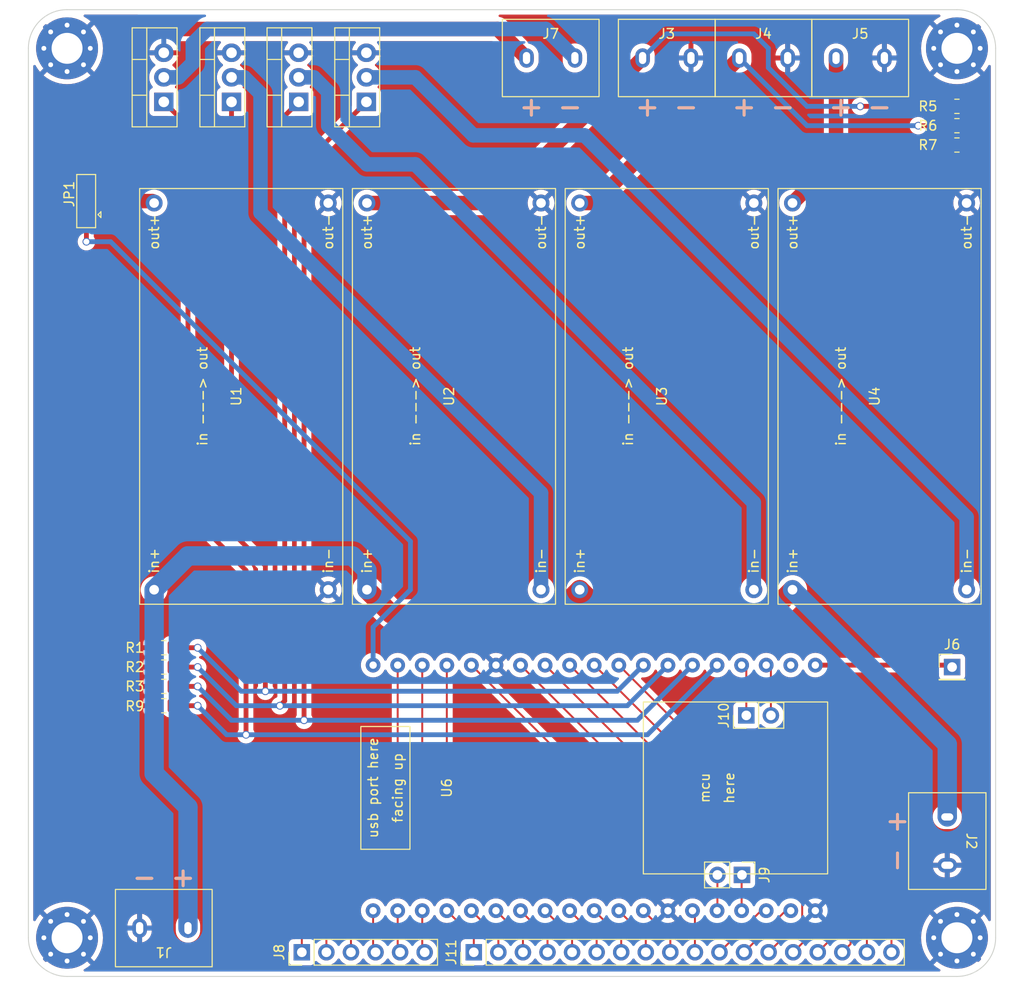
<source format=kicad_pcb>
(kicad_pcb (version 20211014) (generator pcbnew)

  (general
    (thickness 1.6)
  )

  (paper "A4")
  (layers
    (0 "F.Cu" signal)
    (31 "B.Cu" signal)
    (32 "B.Adhes" user "B.Adhesive")
    (33 "F.Adhes" user "F.Adhesive")
    (34 "B.Paste" user)
    (35 "F.Paste" user)
    (36 "B.SilkS" user "B.Silkscreen")
    (37 "F.SilkS" user "F.Silkscreen")
    (38 "B.Mask" user)
    (39 "F.Mask" user)
    (40 "Dwgs.User" user "User.Drawings")
    (41 "Cmts.User" user "User.Comments")
    (42 "Eco1.User" user "User.Eco1")
    (43 "Eco2.User" user "User.Eco2")
    (44 "Edge.Cuts" user)
    (45 "Margin" user)
    (46 "B.CrtYd" user "B.Courtyard")
    (47 "F.CrtYd" user "F.Courtyard")
    (48 "B.Fab" user)
    (49 "F.Fab" user)
    (50 "User.1" user)
    (51 "User.2" user)
    (52 "User.3" user)
    (53 "User.4" user)
    (54 "User.5" user)
    (55 "User.6" user)
    (56 "User.7" user)
    (57 "User.8" user)
    (58 "User.9" user)
  )

  (setup
    (stackup
      (layer "F.SilkS" (type "Top Silk Screen"))
      (layer "F.Paste" (type "Top Solder Paste"))
      (layer "F.Mask" (type "Top Solder Mask") (thickness 0.01))
      (layer "F.Cu" (type "copper") (thickness 0.035))
      (layer "dielectric 1" (type "core") (thickness 1.51) (material "FR4") (epsilon_r 4.5) (loss_tangent 0.02))
      (layer "B.Cu" (type "copper") (thickness 0.035))
      (layer "B.Mask" (type "Bottom Solder Mask") (thickness 0.01))
      (layer "B.Paste" (type "Bottom Solder Paste"))
      (layer "B.SilkS" (type "Bottom Silk Screen"))
      (copper_finish "None")
      (dielectric_constraints no)
    )
    (pad_to_mask_clearance 0)
    (pcbplotparams
      (layerselection 0x00010fc_ffffffff)
      (disableapertmacros false)
      (usegerberextensions false)
      (usegerberattributes true)
      (usegerberadvancedattributes true)
      (creategerberjobfile true)
      (svguseinch false)
      (svgprecision 6)
      (excludeedgelayer true)
      (plotframeref false)
      (viasonmask false)
      (mode 1)
      (useauxorigin false)
      (hpglpennumber 1)
      (hpglpenspeed 20)
      (hpglpendiameter 15.000000)
      (dxfpolygonmode true)
      (dxfimperialunits true)
      (dxfusepcbnewfont true)
      (psnegative false)
      (psa4output false)
      (plotreference true)
      (plotvalue true)
      (plotinvisibletext false)
      (sketchpadsonfab false)
      (subtractmaskfromsilk false)
      (outputformat 1)
      (mirror false)
      (drillshape 1)
      (scaleselection 1)
      (outputdirectory "")
    )
  )

  (net 0 "")
  (net 1 "GND")
  (net 2 "VCC")
  (net 3 "/V1")
  (net 4 "/V2")
  (net 5 "/V3")
  (net 6 "+5V")
  (net 7 "Net-(J7-Pad1)")
  (net 8 "Net-(J7-Pad2)")
  (net 9 "Net-(J9-Pad1)")
  (net 10 "Net-(J9-Pad2)")
  (net 11 "Net-(J10-Pad1)")
  (net 12 "Net-(J10-Pad2)")
  (net 13 "Net-(J11-Pad1)")
  (net 14 "Net-(J11-Pad2)")
  (net 15 "Net-(J11-Pad3)")
  (net 16 "Net-(J11-Pad4)")
  (net 17 "Net-(J11-Pad5)")
  (net 18 "Net-(J11-Pad6)")
  (net 19 "Net-(J11-Pad7)")
  (net 20 "Net-(J11-Pad8)")
  (net 21 "Net-(J11-Pad9)")
  (net 22 "Net-(J11-Pad10)")
  (net 23 "Net-(J11-Pad11)")
  (net 24 "Net-(J11-Pad12)")
  (net 25 "Net-(J11-Pad13)")
  (net 26 "Net-(J11-Pad14)")
  (net 27 "Net-(J11-Pad15)")
  (net 28 "Net-(J11-Pad16)")
  (net 29 "Net-(J11-Pad17)")
  (net 30 "Net-(U1-Pad3)")
  (net 31 "/SW1")
  (net 32 "Net-(Q1-Pad2)")
  (net 33 "/SW2")
  (net 34 "Net-(Q2-Pad2)")
  (net 35 "/SW3")
  (net 36 "Net-(Q3-Pad2)")
  (net 37 "/SW5V")
  (net 38 "unconnected-(U6-Pad37)")
  (net 39 "+3V3")
  (net 40 "Net-(U6-Pad21)")
  (net 41 "Net-(U6-Pad22)")
  (net 42 "Net-(U6-Pad23)")
  (net 43 "Net-(U6-Pad1)")
  (net 44 "Net-(U6-Pad2)")
  (net 45 "Net-(U6-Pad3)")
  (net 46 "Net-(U6-Pad30)")

  (footprint "aaaaa:LM2596HVS" (layer "F.Cu") (at 166 90 90))

  (footprint "Connector_PinHeader_2.54mm:PinHeader_1x02_P2.54mm_Vertical" (layer "F.Cu") (at 173.775 139.5 -90))

  (footprint "aaaaa:ESP32-devkit" (layer "F.Cu") (at 158.5 130.5 90))

  (footprint "aaaaa:screw-terminal-2p" (layer "F.Cu") (at 166 55))

  (footprint "aaaaa:LM2596HVS" (layer "F.Cu") (at 188 90 90))

  (footprint "MountingHole:MountingHole_3.2mm_M3_Pad_Via" (layer "F.Cu") (at 196 146))

  (footprint "Connector_PinHeader_2.54mm:PinHeader_1x02_P2.54mm_Vertical" (layer "F.Cu") (at 174.225 123 90))

  (footprint "aaaaa:screw-terminal-2p" (layer "F.Cu") (at 154 55))

  (footprint "MountingHole:MountingHole_3.2mm_M3_Pad_Via" (layer "F.Cu") (at 104 146))

  (footprint "aaaaa:screw-terminal-2p" (layer "F.Cu") (at 176 55))

  (footprint "Package_TO_SOT_THT:TO-220-3_Vertical" (layer "F.Cu") (at 127.945 59.54 90))

  (footprint "Resistor_SMD:R_0805_2012Metric_Pad1.20x1.40mm_HandSolder" (layer "F.Cu") (at 196 60))

  (footprint "aaaaa:LM2596HVS" (layer "F.Cu") (at 144 90 90))

  (footprint "aaaaa:screw-terminal-2p" (layer "F.Cu") (at 195 136 -90))

  (footprint "Connector_PinHeader_2.54mm:PinHeader_1x18_P2.54mm_Vertical" (layer "F.Cu") (at 146.05 147.5 90))

  (footprint "Resistor_SMD:R_0805_2012Metric_Pad1.20x1.40mm_HandSolder" (layer "F.Cu") (at 114 118))

  (footprint "Package_TO_SOT_THT:TO-220-3_Vertical" (layer "F.Cu") (at 114 59.54 90))

  (footprint "Resistor_SMD:R_0805_2012Metric_Pad1.20x1.40mm_HandSolder" (layer "F.Cu") (at 196 62))

  (footprint "Connector_PinHeader_2.54mm:PinHeader_1x01_P2.54mm_Vertical" (layer "F.Cu") (at 195.5 118))

  (footprint "aaaaa:LM2596HVS" (layer "F.Cu") (at 122 90 90))

  (footprint "Resistor_SMD:R_0805_2012Metric_Pad1.20x1.40mm_HandSolder" (layer "F.Cu") (at 114 122))

  (footprint "Package_TO_SOT_THT:TO-220-3_Vertical" (layer "F.Cu") (at 134.945 59.54 90))

  (footprint "Resistor_SMD:R_0805_2012Metric_Pad1.20x1.40mm_HandSolder" (layer "F.Cu") (at 114 116))

  (footprint "Package_TO_SOT_THT:TO-220-3_Vertical" (layer "F.Cu") (at 121 59.54 90))

  (footprint "aaaaa:screw-terminal-2p" (layer "F.Cu") (at 114 145 180))

  (footprint "Jumper:SolderJumper-3_P2.0mm_Open_TrianglePad1.0x1.5mm" (layer "F.Cu") (at 106 69.8 90))

  (footprint "Resistor_SMD:R_0805_2012Metric_Pad1.20x1.40mm_HandSolder" (layer "F.Cu") (at 114 120))

  (footprint "Connector_PinHeader_2.54mm:PinHeader_1x06_P2.54mm_Vertical" (layer "F.Cu") (at 128.27 147.5 90))

  (footprint "MountingHole:MountingHole_3.2mm_M3_Pad_Via" (layer "F.Cu") (at 104 54))

  (footprint "Resistor_SMD:R_0805_2012Metric_Pad1.20x1.40mm_HandSolder" (layer "F.Cu") (at 196 64))

  (footprint "MountingHole:MountingHole_3.2mm_M3_Pad_Via" (layer "F.Cu") (at 196 54))

  (footprint "aaaaa:screw-terminal-2p" (layer "F.Cu") (at 186 55))

  (gr_rect (start 100 50) (end 200 150) (layer "Dwgs.User") (width 0.15) (fill none) (tstamp a3de3462-1387-42e4-8f4b-5146ac6dfe4e))
  (gr_line (start 196 50) (end 104 50) (layer "Edge.Cuts") (width 0.1) (tstamp 3cad3bf0-2ac1-4709-9a9b-82467127fbdd))
  (gr_arc (start 196 50) (mid 198.828427 51.171573) (end 200 54) (layer "Edge.Cuts") (width 0.1) (tstamp 42a5eb58-596e-4ed7-81be-9c2a0ac0ac48))
  (gr_arc (start 100 54) (mid 101.171573 51.171573) (end 104 50) (layer "Edge.Cuts") (width 0.1) (tstamp 7403a390-7ea9-439f-93bd-6d864a8e2371))
  (gr_arc (start 104 150) (mid 101.171573 148.828427) (end 100 146) (layer "Edge.Cuts") (width 0.1) (tstamp b43b5ce9-3d49-4d04-857a-b510bee66efe))
  (gr_line (start 100 54) (end 100 146) (layer "Edge.Cuts") (width 0.1) (tstamp d9a89eb7-c1ee-48c4-b22f-e5b63509abf3))
  (gr_arc (start 200 146) (mid 198.828427 148.828427) (end 196 150) (layer "Edge.Cuts") (width 0.1) (tstamp e281cb2e-3bc6-4c36-9984-2758b73834fa))
  (gr_line (start 200 146) (end 200 54) (layer "Edge.Cuts") (width 0.1) (tstamp e99719df-6264-4533-8bc3-43510f7bf8b4))
  (gr_line (start 104 150) (end 196 150) (layer "Edge.Cuts") (width 0.1) (tstamp e9ca759a-f21d-4b26-b85f-20d99f8491cc))

  (segment (start 176.5 112.5) (end 179 110) (width 2) (layer "F.Cu") (net 2) (tstamp 1a2ea00c-180f-4fad-8336-16d444ee8b9c))
  (segment (start 159.5 112.5) (end 176.5 112.5) (width 2) (layer "F.Cu") (net 2) (tstamp 402677d7-2c84-4685-86b9-48ebfd55e3dc))
  (segment (start 137.5 112.5) (end 135 110) (width 2) (layer "F.Cu") (net 2) (tstamp 56b5d4c3-eb14-4e8f-8f00-aeb465c081a4))
  (segment (start 157 110) (end 159.5 112.5) (width 2) (layer "F.Cu") (net 2) (tstamp 71966674-36c9-448d-beb4-d224b849c9e0))
  (segment (start 157 110) (end 154.5 112.5) (width 2) (layer "F.Cu") (net 2) (tstamp b70f9357-9be2-4d8f-9236-b8c281ed1041))
  (segment (start 154.5 112.5) (end 137.5 112.5) (width 2) (layer "F.Cu") (net 2) (tstamp dd890aa1-44af-4b4c-af38-e8836532540a))
  (segment (start 113 129) (end 113 110) (width 2) (layer "B.Cu") (net 2) (tstamp 3245ae88-d949-44b2-b96b-0293437dbeff))
  (segment (start 116.5 132.5) (end 113 129) (width 2) (layer "B.Cu") (net 2) (tstamp 926dbd0f-5f58-4af9-8700-d720dc0dfd8b))
  (segment (start 116.5 106.5) (end 113 110) (width 2) (layer "B.Cu") (net 2) (tstamp a399e7ad-b6ea-49cc-8931-fc05a875f298))
  (segment (start 133.5 106.5) (end 116.5 106.5) (width 2) (layer "B.Cu") (net 2) (tstamp a8ce517d-173e-43f4-9230-61143257f7f3))
  (segment (start 135 110) (end 135 108) (width 2) (layer "B.Cu") (net 2) (tstamp b7e871c0-3699-4d93-8083-6fb1290495f9))
  (segment (start 195 126) (end 195 133.5) (width 2) (layer "B.Cu") (net 2) (tstamp c2a013fa-6d47-4dd2-996b-6cbc80ed8f9c))
  (segment (start 179 110) (end 195 126) (width 2) (layer "B.Cu") (net 2) (tstamp cabeec93-5539-4506-ae0a-29e0bbfc6b11))
  (segment (start 135 108) (end 133.5 106.5) (width 2) (layer "B.Cu") (net 2) (tstamp cd64a35e-c744-47c6-ae37-1e9e904075ba))
  (segment (start 116.5 145) (end 116.5 132.5) (width 2) (layer "B.Cu") (net 2) (tstamp d74be9f2-1ccf-4240-a508-e0c6d362baa4))
  (segment (start 195 60) (end 186 60) (width 0.5) (layer "F.Cu") (net 3) (tstamp 4112c07f-ae08-43f0-a518-ea45f96218c2))
  (segment (start 148.5 70) (end 135 70) (width 1.5) (layer "F.Cu") (net 3) (tstamp 4b16fca9-8ec1-47c2-bc83-0efd1944412b))
  (segment (start 163.5 55) (end 148.5 70) (width 1.5) (layer "F.Cu") (net 3) (tstamp 6e3603b5-2ecb-49b4-8b83-238701428411))
  (via (at 186 60) (size 0.8) (drill 0.6) (layers "F.Cu" "B.Cu") (net 3) (tstamp 10972414-a615-4065-980c-b466ed730f26))
  (segment (start 186 60) (end 180.5 60) (width 0.5) (layer "B.Cu") (net 3) (tstamp 0945c76e-27b7-4fc2-ab0a-9677a136b25a))
  (segment (start 175 52.5) (end 166 52.5) (width 0.5) (layer "B.Cu") (net 3) (tstamp 467b9836-f0f8-4214-a96d-abe917bb7e3d))
  (segment (start 176.5 56) (end 176.5 54) (width 0.5) (layer "B.Cu") (net 3) (tstamp 4df19ac4-2ba2-4783-abaf-784f2cc52e49))
  (segment (start 180.5 60) (end 176.5 56) (width 0.5) (layer "B.Cu") (net 3) (tstamp 59fc8911-9edf-4f67-bd91-935ca76e8d60))
  (segment (start 176.5 54) (end 175 52.5) (width 0.5) (layer "B.Cu") (net 3) (tstamp 8f40f1e2-4bc2-4247-bda9-3487763f58df))
  (segment (start 166 52.5) (end 163.5 55) (width 0.5) (layer "B.Cu") (net 3) (tstamp cc1dff03-787b-45de-b2a5-6856bcf619bf))
  (segment (start 173.5 55) (end 158.5 70) (width 1.5) (layer "F.Cu") (net 4) (tstamp 8d97a94e-041a-4b89-9e96-ec907b599f5f))
  (segment (start 158.5 70) (end 157 70) (width 1.5) (layer "F.Cu") (net 4) (tstamp d3ac81d1-9e83-4b14-a3f7-4fa1d5061d9e))
  (segment (start 195 62) (end 192 62) (width 0.5) (layer "F.Cu") (net 4) (tstamp e937f36d-9f58-4d59-89a5-78264294080b))
  (via (at 192 62) (size 0.8) (drill 0.6) (layers "F.Cu" "B.Cu") (net 4) (tstamp 551def5c-6416-440e-885f-7fb14859692a))
  (segment (start 180.5 62) (end 173.5 55) (width 0.5) (layer "B.Cu") (net 4) (tstamp 20610e9c-a574-418e-a2a5-7f9044be1597))
  (segment (start 192 62) (end 180.5 62) (width 0.5) (layer "B.Cu") (net 4) (tstamp c13f8d8a-0359-45a0-8eee-824de5db7d8e))
  (segment (start 195 64) (end 184 64) (width 0.5) (layer "F.Cu") (net 5) (tstamp 1a51b976-0b47-4647-91c9-b354e39ef866))
  (segment (start 183.5 64.5) (end 183.5 65.5) (width 1.5) (layer "F.Cu") (net 5) (tstamp 2fecb12b-3c46-4750-983c-05e5187f90e2))
  (segment (start 184 64) (end 183.5 64.5) (width 0.5) (layer "F.Cu") (net 5) (tstamp 9c8cdfe0-7d0c-4a03-bac9-16ad0f4115d4))
  (segment (start 183.5 55) (end 183.5 64.5) (width 1.5) (layer "F.Cu") (net 5) (tstamp d182c545-1914-4e3e-b414-e669c28b31ec))
  (segment (start 183.5 65.5) (end 179 70) (width 1.5) (layer "F.Cu") (net 5) (tstamp e7cf319e-9827-4003-bea4-eb6af16c4d93))
  (segment (start 106 71.8) (end 106 74) (width 0.5) (layer "F.Cu") (net 6) (tstamp 3a1e03cc-5c1c-4773-b5d7-14adc2b0d9e9))
  (via (at 106 74) (size 0.8) (drill 0.6) (layers "F.Cu" "B.Cu") (net 6) (tstamp d444440b-240d-4d4d-9bda-3b8526c5e0c2))
  (segment (start 135.64 113.86) (end 135.64 117.8) (width 0.5) (layer "B.Cu") (net 6) (tstamp 62c6e56c-f080-4704-b500-7fae163b6706))
  (segment (start 108.5 74) (end 139.5 105) (width 0.5) (layer "B.Cu") (net 6) (tstamp 72cc2ad6-c8f4-4307-a7e6-8c41e1e34a87))
  (segment (start 106 74) (end 108.5 74) (width 0.5) (layer "B.Cu") (net 6) (tstamp 788fa222-793d-452b-a5f9-5b9ed500a1ca))
  (segment (start 139.5 105) (end 139.5 110) (width 0.5) (layer "B.Cu") (net 6) (tstamp cf5c8a5a-9a6b-4e5f-929f-ffba24b5a63f))
  (segment (start 139.5 110) (end 135.64 113.86) (width 0.5) (layer "B.Cu") (net 6) (tstamp dbfdc5b9-5d53-448f-a412-e1ea2d20d7e4))
  (segment (start 110.5 53) (end 111.5 52) (width 1.5) (layer "F.Cu") (net 7) (tstamp 41574aa7-8663-4651-ae0b-f6d6cc70f37d))
  (segment (start 106 65) (end 110.5 60.5) (width 1.5) (layer "F.Cu") (net 7) (tstamp 9008d680-3338-4365-8db3-09f57d695cfe))
  (segment (start 106 67.8) (end 106 65) (width 1.5) (layer "F.Cu") (net 7) (tstamp a7541f9d-4562-4377-ab66-522a62fa053b))
  (segment (start 148.5 52) (end 151.5 55) (width 1.5) (layer "F.Cu") (net 7) (tstamp c4f1cf5d-ec42-4db8-a1b8-f18f9e4bd34d))
  (segment (start 110.5 60.5) (end 110.5 53) (width 1.5) (layer "F.Cu") (net 7) (tstamp ddccabcd-f18d-4355-ba61-d1cc1fdb39b7))
  (segment (start 111.5 52) (end 148.5 52) (width 1.5) (layer "F.Cu") (net 7) (tstamp e76ed339-bf97-4985-918c-cd20d80d5db9))
  (segment (start 117 53.5) (end 118.5 52) (width 1.5) (layer "B.Cu") (net 8) (tstamp 15f5c8da-2941-456a-b94b-d4adff5e0690))
  (segment (start 115.5 57) (end 117 55.5) (width 1.5) (layer "B.Cu") (net 8) (tstamp 400f2b12-ef0f-4ee1-b7c8-870454ceda13))
  (segment (start 114 57) (end 115.5 57) (width 1.5) (layer "B.Cu") (net 8) (tstamp 5cce5eac-c6fc-4aa0-91bb-8b1cd1ce68ba))
  (segment (start 118.5 52) (end 153.5 52) (width 1.5) (layer "B.Cu") (net 8) (tstamp 77690182-875d-454d-ad2e-5f9d13e2b77d))
  (segment (start 117 55.5) (end 117 53.5) (width 1.5) (layer "B.Cu") (net 8) (tstamp 99c01e53-eb58-4d66-8d91-c6092dd1fdfc))
  (segment (start 153.5 52) (end 156.5 55) (width 1.5) (layer "B.Cu") (net 8) (tstamp d67ab0c8-c353-4748-942a-7a957796c0fb))
  (segment (start 173.74 139.535) (end 173.775 139.5) (width 0.2) (layer "F.Cu") (net 9) (tstamp 43d379b1-dc45-4028-b274-cca74618aa67))
  (segment (start 173.74 143.2) (end 173.74 139.535) (width 0.2) (layer "F.Cu") (net 9) (tstamp d1d67824-9b54-45db-9bc4-6cb3bdfc67ca))
  (segment (start 171.235 143.165) (end 171.2 143.2) (width 0.2) (layer "F.Cu") (net 10) (tstamp b0d4612e-4325-4059-9c41-611fc2ce66ab))
  (segment (start 171.235 139.5) (end 171.235 143.165) (width 0.2) (layer "F.Cu") (net 10) (tstamp c8d243b3-dffb-4c30-9baf-46d06b1abc9b))
  (segment (start 174.225 123) (end 174.225 118.285) (width 0.2) (layer "F.Cu") (net 11) (tstamp 2a3421ae-ccfc-45ba-96e7-db4135801a7b))
  (segment (start 174.225 118.285) (end 173.74 117.8) (width 0.2) (layer "F.Cu") (net 11) (tstamp 57b68cd5-bf6f-453c-b8fe-e0aa870418e7))
  (segment (start 176.765 118.285) (end 176.28 117.8) (width 0.2) (layer "F.Cu") (net 12) (tstamp 81315cc7-a1aa-4d9d-94eb-bad1334ac0b1))
  (segment (start 176.765 123) (end 176.765 118.285) (width 0.2) (layer "F.Cu") (net 12) (tstamp c4329123-d39e-4cac-8837-0f03090b63f5))
  (segment (start 146.05 147.5) (end 146.05 145.99) (width 0.2) (layer "F.Cu") (net 13) (tstamp 2f7b3696-77f3-4ad5-83d8-8aa2d2304795))
  (segment (start 146.05 145.99) (end 143.26 143.2) (width 0.2) (layer "F.Cu") (net 13) (tstamp 7ada1a17-94b6-487e-b1fe-7ad5a68721b3))
  (segment (start 148.59 145.99) (end 145.8 143.2) (width 0.2) (layer "F.Cu") (net 14) (tstamp 2e678bcd-8c98-4853-96f0-d02bcb4bbd5c))
  (segment (start 148.59 147.5) (end 148.59 145.99) (width 0.2) (layer "F.Cu") (net 14) (tstamp 9e044334-b54e-4117-9d29-e2bedac1a046))
  (segment (start 151.13 147.5) (end 151.13 145.99) (width 0.2) (layer "F.Cu") (net 15) (tstamp 2c08391f-4b4f-4462-84bd-12eda43d7485))
  (segment (start 151.13 145.99) (end 148.34 143.2) (width 0.2) (layer "F.Cu") (net 15) (tstamp b2c3788d-cc5f-42a9-9cd8-d55451b7df14))
  (segment (start 148.34 143.34) (end 148.34 143.2) (width 0.2) (layer "F.Cu") (net 15) (tstamp d7b663b1-dfb7-4631-b8cf-911cb326fdfc))
  (segment (start 151.13 147.5) (end 151 147.5) (width 0.2) (layer "F.Cu") (net 15) (tstamp faf84e4b-4b06-47df-ade9-8fb3db996539))
  (segment (start 153.67 147.5) (end 153.67 145.99) (width 0.2) (layer "F.Cu") (net 16) (tstamp 2af68fce-65df-4660-a876-52e904a10620))
  (segment (start 150.88 143.88) (end 150.88 143.2) (width 0.2) (layer "F.Cu") (net 16) (tstamp a09819c7-2be6-4ecc-bbb5-0c4d2d5614ef))
  (segment (start 153.67 147.5) (end 153.5 147.5) (width 0.2) (layer "F.Cu") (net 16) (tstamp bf8f281e-ac36-4287-9625-21f222c752d4))
  (segment (start 153.67 145.99) (end 150.88 143.2) (width 0.2) (layer "F.Cu") (net 16) (tstamp e30d9c76-3330-466f-a719-78e58d68b83a))
  (segment (start 156.21 145.99) (end 153.42 143.2) (width 0.2) (layer "F.Cu") (net 17) (tstamp 09dff824-0890-49aa-bbaa-96fbe887fa99))
  (segment (start 156.21 147.5) (end 156.21 145.99) (width 0.2) (layer "F.Cu") (net 17) (tstamp 4d934f63-801e-4e5d-ba66-787a923ed78e))
  (segment (start 153.42 143.42) (end 153.42 143.2) (width 0.2) (layer "F.Cu") (net 17) (tstamp 8cacc2ad-0220-4ac8-be65-403ff7831617))
  (segment (start 158.75 145.99) (end 155.96 143.2) (width 0.2) (layer "F.Cu") (net 18) (tstamp 3479c061-13b1-4318-8060-987ed6d1c24e))
  (segment (start 158.75 147.5) (end 158.75 145.99) (width 0.2) (layer "F.Cu") (net 18) (tstamp 58267bfe-db4b-46c5-bb91-b84cdcbf1b72))
  (segment (start 161.29 147.5) (end 161.29 145.99) (width 0.2) (layer "F.Cu") (net 19) (tstamp 1a9e4b94-a30d-4505-a533-19e1f680259c))
  (segment (start 158.5 143.5) (end 158.5 143.2) (width 0.2) (layer "F.Cu") (net 19) (tstamp 439e915a-5f30-4e87-95fc-bd22a45a3bd1))
  (segment (start 161.29 145.99) (end 158.5 143.2) (width 0.2) (layer "F.Cu") (net 19) (tstamp f1e4b1b6-9870-4ee4-aa74-1ab4de95ed2f))
  (segment (start 163.83 147.5) (end 163.83 145.99) (width 0.2) (layer "F.Cu") (net 20) (tstamp 29b9d1b1-20a4-4a1f-8240-c04d3e0cd244))
  (segment (start 163.83 145.99) (end 161.04 143.2) (width 0.2) (layer "F.Cu") (net 20) (tstamp 45ca303b-5aa1-4da4-be9d-23bb752adb93))
  (segment (start 166.37 145.99) (end 163.58 143.2) (width 0.2) (layer "F.Cu") (net 21) (tstamp 7faf0bc3-73a5-4a59-8385-7b8e240d6912))
  (segment (start 166.37 147.5) (end 166.37 145.99) (width 0.2) (layer "F.Cu") (net 21) (tstamp b8aa8a16-032a-4499-9397-8c0cb136ad76))
  (segment (start 168.91 147.5) (end 168.91 143.45) (width 0.2) (layer "F.Cu") (net 22) (tstamp 94a14ee8-afd6-487d-9611-c8184658d381))
  (segment (start 168.91 143.45) (end 168.66 143.2) (width 0.2) (layer "F.Cu") (net 22) (tstamp fbd48c9b-051d-410f-a7d8-1a05441326df))
  (segment (start 171.45 147.5) (end 175.75 143.2) (width 0.2) (layer "F.Cu") (net 23) (tstamp 4fa01b02-22bd-4b73-84a5-cd309b441d30))
  (segment (start 175.75 143.2) (end 176.28 143.2) (width 0.2) (layer "F.Cu") (net 23) (tstamp d2fbefa6-dc56-4700-b06c-8b09b8d3c67f))
  (segment (start 178.29 143.2) (end 178.82 143.2) (width 0.2) (layer "F.Cu") (net 24) (tstamp 880cc686-06d3-44ac-9b10-4a84b9817aab))
  (segment (start 173.99 147.5) (end 178.29 143.2) (width 0.2) (layer "F.Cu") (net 24) (tstamp f3a2bb61-d9d0-4f81-96ae-b5dd8f43decb))
  (segment (start 176.53 147.5) (end 180 144.03) (width 0.2) (layer "F.Cu") (net 25) (tstamp 17088de2-8ff1-4a91-992b-764f2c5906c5))
  (segment (start 165.5 137.5) (end 145.8 117.8) (width 0.2) (layer "F.Cu") (net 25) (tstamp 34f13560-6f5f-4d80-868c-7e8a07281414))
  (segment (start 180 142.439052) (end 175.060948 137.5) (width 0.2) (layer "F.Cu") (net 25) (tstamp 68931e11-e451-4017-ae2d-a4bcda3788dc))
  (segment (start 180 144.03) (end 180 142.439052) (width 0.2) (layer "F.Cu") (net 25) (tstamp b736c1c0-8618-45d4-936f-e0756b18e838))
  (segment (start 175.060948 137.5) (end 165.5 137.5) (width 0.2) (layer "F.Cu") (net 25) (tstamp e8e410e5-c4db-4463-8022-4300b1545e0f))
  (segment (start 183 143.57) (end 179.07 147.5) (width 0.2) (layer "F.Cu") (net 26) (tstamp 23b65be6-b54f-4ff7-b48b-a53d9ae9a176))
  (segment (start 177.5 136.5) (end 183 142) (width 0.2) (layer "F.Cu") (net 26) (tstamp 4a856850-59ad-4abf-9d1f-296835da1c50))
  (segment (start 183 142) (end 183 143.57) (width 0.2) (layer "F.Cu") (net 26) (tstamp 7015e0e6-d091-49e3-9b15-39956a86f5cc))
  (segment (start 150.88 117.8) (end 169.58 136.5) (width 0.2) (layer "F.Cu") (net 26) (tstamp 848a908c-f860-4d21-9eae-aea39d92f058))
  (segment (start 169.58 136.5) (end 177.5 136.5) (width 0.2) (layer "F.Cu") (net 26) (tstamp bc4ab122-0bb6-42d5-af71-3e7a964b5c01))
  (segment (start 178 135.5) (end 171.12 135.5) (width 0.2) (layer "F.Cu") (net 27) (tstamp 22d48f12-1c49-4abb-9ef6-fee241ae70c9))
  (segment (start 184 141.5) (end 178 135.5) (width 0.2) (layer "F.Cu") (net 27) (tstamp 747c9d4b-08dd-4f2b-8c3f-0ae202ac269a))
  (segment (start 171.12 135.5) (end 153.42 117.8) (width 0.2) (layer "F.Cu") (net 27) (tstamp 7b4d9cce-7574-4a0b-9afd-7b41bd9a44a1))
  (segment (start 181.61 147.5) (end 184 145.11) (width 0.2) (layer "F.Cu") (net 27) (tstamp 8b4fe9af-b9a8-4ec4-bb65-5bf5e4a09fea))
  (segment (start 184 145.11) (end 184 141.5) (width 0.2) (layer "F.Cu") (net 27) (tstamp fa4d1bb3-3102-48c7-8438-ba68abb7dc26))
  (segment (start 185 146.65) (end 185 141) (width 0.2) (layer "F.Cu") (net 28) (tstamp 2af3632d-b521-442f-8006-4a8812e2c869))
  (segment (start 178.5 134.5) (end 172.66 134.5) (width 0.2) (layer "F.Cu") (net 28) (tstamp 2b1a2622-d248-4d1d-a112-5db116d47a3c))
  (segment (start 184.15 147.5) (end 185 146.65) (width 0.2) (layer "F.Cu") (net 28) (tstamp 8fe48479-1895-4c0f-89cc-c4717ea65104))
  (segment (start 185 141) (end 178.5 134.5) (width 0.2) (layer "F.Cu") (net 28) (tstamp cf4614c0-c10b-4a4e-8acd-7bb15d0e42c9))
  (segment (start 172.66 134.5) (end 155.96 117.8) (width 0.2) (layer "F.Cu") (net 28) (tstamp ea2773be-367b-4f5c-a340-894204d53f39))
  (segment (start 179 133.5) (end 174.2 133.5) (width 0.2) (layer "F.Cu") (net 29) (tstamp 6372a7a9-2c0c-4b31-aac7-33c9bbf54314))
  (segment (start 174.2 133.5) (end 158.5 117.8) (width 0.2) (layer "F.Cu") (net 29) (tstamp a92ea437-5825-4219-ba3d-4a4972b37b1d))
  (segment (start 186.69 141.19) (end 179 133.5) (width 0.2) (layer "F.Cu") (net 29) (tstamp ee339c5b-9958-480d-8c22-0f1cade8700c))
  (segment (start 186.69 147.5) (end 186.69 141.19) (width 0.2) (layer "F.Cu") (net 29) (tstamp f36b67ba-dc95-4034-a2fd-e4490c69bd44))
  (segment (start 112.8 69.8) (end 113 70) (width 1.5) (layer "F.Cu") (net 30) (tstamp 128b582c-7d7a-4b14-86ea-5352f14075a6))
  (segment (start 106 69.8) (end 112.8 69.8) (width 1.5) (layer "F.Cu") (net 30) (tstamp b878f546-e9ca-4ccb-878a-36d50a26c3aa))
  (segment (start 124.5 107.5) (end 124.5 120.5) (width 0.5) (layer "F.Cu") (net 31) (tstamp 00d42288-eb7b-4a28-91ed-769eb79f0736))
  (segment (start 121 104) (end 124.5 107.5) (width 0.5) (layer "F.Cu") (net 31) (tstamp 58214176-6a14-4d6a-9511-3ddf0e81ebb2))
  (segment (start 117.5 116) (end 115 116) (width 0.5) (layer "F.Cu") (net 31) (tstamp 6838f7eb-e409-4b8b-9ed5-79a43d8a5635))
  (segment (start 121 59.54) (end 121 104) (width 0.5) (layer "F.Cu") (net 31) (tstamp a747d77e-020f-4b99-969a-92747deaf43d))
  (via (at 124.5 120.5) (size 0.8) (drill 0.6) (layers "F.Cu" "B.Cu") (net 31) (tstamp 3a586834-78c4-4d60-9ad4-3e455a86e027))
  (via (at 117.5 116) (size 0.8) (drill 0.6) (layers "F.Cu" "B.Cu") (net 31) (tstamp 3b5c4a68-9d42-45f2-ba19-98dceb9542c4))
  (segment (start 160.88 120.5) (end 124.5 120.5) (width 0.5) (layer "B.Cu") (net 31) (tstamp 1dc02b4a-4659-4399-89dc-74daed86a27b))
  (segment (start 124.5 120.5) (end 122 120.5) (width 0.5) (layer "B.Cu") (net 31) (tstamp 5f2ff598-c6f5-4aa9-8fb8-a86edf0065b7))
  (segment (start 122 120.5) (end 117.5 116) (width 0.5) (layer "B.Cu") (net 31) (tstamp 84a279ef-dbcb-450b-874c-3454ec784523))
  (segment (start 163.58 117.8) (end 160.88 120.5) (width 0.5) (layer "B.Cu") (net 31) (tstamp d4675991-47b5-44a9-9a15-a7afa57b546a))
  (segment (start 122.3125 57) (end 124 58.6875) (width 1.5) (layer "B.Cu") (net 32) (tstamp 35a24122-6d16-4127-8133-1af38f3dfead))
  (segment (start 153 100) (end 153 110) (width 1.5) (layer "B.Cu") (net 32) (tstamp 7582d92a-59cc-4e4d-8395-b314acf2ec17))
  (segment (start 124 71) (end 153 100) (width 1.5) (layer "B.Cu") (net 32) (tstamp c061ff77-f041-4234-9e78-6d6f748354db))
  (segment (start 121 57) (end 122.3125 57) (width 1.5) (layer "B.Cu") (net 32) (tstamp f096da28-1077-458c-b092-df66d428775a))
  (segment (start 124 58.6875) (end 124 71) (width 1.5) (layer "B.Cu") (net 32) (tstamp f3269784-725d-4f10-b1c5-e57281d5e6a7))
  (segment (start 126.5 60.985) (end 126.5 121.5) (width 0.5) (layer "F.Cu") (net 33) (tstamp 30cfe824-694d-4dfe-a309-70722a63959c))
  (segment (start 127.945 59.54) (end 126.5 60.985) (width 0.5) (layer "F.Cu") (net 33) (tstamp 8ddbec84-4ca2-4dfc-92fd-c2f0243889b6))
  (segment (start 126.5 121.5) (end 126 122) (width 0.5) (layer "F.Cu") (net 33) (tstamp adaebe9a-5ef5-4ad9-9462-0e42196272a8))
  (segment (start 117.5 118) (end 115 118) (width 0.5) (layer "F.Cu") (net 33) (tstamp eecc4fb4-5080-476c-9a67-315b5240a3a8))
  (via (at 126 122) (size 0.8) (drill 0.6) (layers "F.Cu" "B.Cu") (net 33) (tstamp 10e4e6c0-57e3-4796-a4bc-86ce5c28cbbc))
  (via (at 117.5 118) (size 0.8) (drill 0.6) (layers "F.Cu" "B.Cu") (net 33) (tstamp 77fe8e02-e7f2-4d1f-b011-ae3f53625e5c))
  (segment (start 166.12 117.8) (end 161.92 122) (width 0.5) (layer "B.Cu") (net 33) (tstamp 052bfad1-c103-4270-a7ed-e68358f281dd))
  (segment (start 126 122) (end 121.5 122) (width 0.5) (layer "B.Cu") (net 33) (tstamp 0a04fc5d-ced5-432e-b2f7-5c362976188a))
  (segment (start 161.92 122) (end 126 122) (width 0.5) (layer "B.Cu") (net 33) (tstamp 4a044325-e24e-47ad-8cae-59ae420b18e1))
  (segment (start 121.5 122) (end 117.5 118) (width 0.5) (layer "B.Cu") (net 33) (tstamp a0f9dc5c-ac12-4bc4-809f-5bb4cabda2c9))
  (segment (start 140 66) (end 175 101) (width 1.5) (layer "B.Cu") (net 34) (tstamp 25e319d5-896e-49a5-9a58-f62dfaf85ba6))
  (segment (start 131 62) (end 135 66) (width 1.5) (layer "B.Cu") (net 34) (tstamp 6c70ed7e-20ed-4655-808d-d1364d4c8fe6))
  (segment (start 127.945 57) (end 129.5 57) (width 1.5) (layer "B.Cu") (net 34) (tstamp 8273e062-8566-458d-a9f5-5d1928238e18))
  (segment (start 129.5 57) (end 131 58.5) (width 1.5) (layer "B.Cu") (net 34) (tstamp 906b6eaa-119c-499e-ad9c-9e9a368e63fd))
  (segment (start 135 66) (end 140 66) (width 1.5) (layer "B.Cu") (net 34) (tstamp 9c6abe26-abcc-45b4-b78c-57a9aca5ed26))
  (segment (start 131 58.5) (end 131 62) (width 1.5) (layer "B.Cu") (net 34) (tstamp b8867cbf-f3df-49d7-8347-0c8e259de3fb))
  (segment (start 175 101) (end 175 110) (width 1.5) (layer "B.Cu") (net 34) (tstamp d08f5ec5-97cc-4889-9fc2-00b93e4bd585))
  (segment (start 117.5 120) (end 115 120) (width 0.5) (layer "F.Cu") (net 35) (tstamp 7512d46e-b4ac-4bc8-ad86-3074bee22173))
  (segment (start 128.5 65.985) (end 128.5 123.5) (width 0.5) (layer "F.Cu") (net 35) (tstamp 77934318-f62b-491b-aebb-a5bb52865ea4))
  (segment (start 134.945 59.54) (end 128.5 65.985) (width 0.5) (layer "F.Cu") (net 35) (tstamp 8530d38d-ace1-4304-adf0-e28d489e848a))
  (via (at 117.5 120) (size 0.8) (drill 0.6) (layers "F.Cu" "B.Cu") (net 35) (tstamp 392ae00f-9a21-4024-89b2-f434384884f9))
  (via (at 128.5 123.5) (size 0.8) (drill 0.6) (layers "F.Cu" "B.Cu") (net 35) (tstamp fa859ba0-017b-46fd-b2cb-af452da55a40))
  (segment (start 168.66 117.8) (end 162.96 123.5) (width 0.5) (layer "B.Cu") (net 35) (tstamp 31c11af6-4b36-460e-a4e2-fa6706854d2b))
  (segment (start 128.5 123.5) (end 121 123.5) (width 0.5) (layer "B.Cu") (net 35) (tstamp 96899639-8adf-4917-abec-5030207960fe))
  (segment (start 121 123.5) (end 117.5 120) (width 0.5) (layer "B.Cu") (net 35) (tstamp a486f037-c0bb-466c-9eea-329e9fd79931))
  (segment (start 162.96 123.5) (end 128.5 123.5) (width 0.5) (layer "B.Cu") (net 35) (tstamp d6564e49-861b-4527-bb9d-186518570661))
  (segment (start 146 63) (end 157.5 63) (width 1.5) (layer "B.Cu") (net 36) (tstamp 1bc0942c-48b0-470e-81f9-390fd81e4533))
  (segment (start 134.945 57) (end 140 57) (width 1.5) (layer "B.Cu") (net 36) (tstamp 24d0dd23-ac79-4b67-9807-1ebd929e2c0e))
  (segment (start 157.5 63) (end 197 102.5) (width 1.5) (layer "B.Cu") (net 36) (tstamp 4c290258-e247-45b4-95be-0f4ca8e3007d))
  (segment (start 140 57) (end 146 63) (width 1.5) (layer "B.Cu") (net 36) (tstamp a333f948-fc8f-4755-b47e-d011ed5468cd))
  (segment (start 197 102.5) (end 197 110) (width 1.5) (layer "B.Cu") (net 36) (tstamp ebfba570-6432-4800-b0bd-14675b87ffaf))
  (segment (start 117.5 122) (end 115 122) (width 0.5) (layer "F.Cu") (net 37) (tstamp 18f34118-ac77-408e-b6b0-c51f1e936d11))
  (segment (start 116.5 62.04) (end 116.5 102) (width 0.5) (layer "F.Cu") (net 37) (tstamp 3a7043b8-2351-475f-a4e1-e26be5891dd8))
  (segment (start 116.5 102) (end 122.5 108) (width 0.5) (layer "F.Cu") (net 37) (tstamp 4eb275f3-8e03-4818-91d4-4179ae1448b3))
  (segment (start 114 59.54) (end 116.5 62.04) (width 0.5) (layer "F.Cu") (net 37) (tstamp d851a325-e551-4087-9a70-7ddb64dfdc89))
  (segment (start 122.5 108) (end 122.5 125) (width 0.5) (layer "F.Cu") (net 37) (tstamp fd484296-5df6-4571-ad6d-10b0f08c3b05))
  (via (at 122.5 125) (size 0.8) (drill 0.6) (layers "F.Cu" "B.Cu") (net 37) (tstamp 54086505-06f8-4326-9ac0-f67ffd03b60d))
  (via (at 117.5 122) (size 0.8) (drill 0.6) (layers "F.Cu" "B.Cu") (net 37) (tstamp d2eceed0-bf96-45a1-8f69-37ac73e2125d))
  (segment (start 120.5 125) (end 117.5 122) (width 0.5) (layer "B.Cu") (net 37) (tstamp 2e5599e1-5dfc-4948-b133-e6b52fbab055))
  (segment (start 164 125) (end 122.5 125) (width 0.5) (layer "B.Cu") (net 37) (tstamp 80937a9e-ac55-4d88-84eb-47f40b389a93))
  (segment (start 122.5 125) (end 120.5 125) (width 0.5) (layer "B.Cu") (net 37) (tstamp b35ed3c2-760d-4a90-ab2c-8b93797746ca))
  (segment (start 171.2 117.8) (end 164 125) (width 0.5) (layer "B.Cu") (net 37) (tstamp b9f5fab0-536f-4ff8-a90e-5ab6a32db515))
  (segment (start 195.3 117.8) (end 195.5 118) (width 0.5) (layer "F.Cu") (net 39) (tstamp 00adc131-7dfc-4829-acef-fc7e17f85ad1))
  (segment (start 181.36 117.8) (end 195.3 117.8) (width 0.5) (layer "F.Cu") (net 39) (tstamp 52e46559-1041-4649-a9e7-bda9d29a366c))
  (segment (start 138.18 117.8) (end 138.18 134.32) (width 0.2) (layer "F.Cu") (net 40) (tstamp 08cb6692-bd73-4637-a466-bf96498e8960))
  (segment (start 138.18 134.32) (end 128.27 144.23) (width 0.2) (layer "F.Cu") (net 40) (tstamp 9d4cc406-f23a-4e0d-b563-123b30ea136d))
  (segment (start 128.27 144.23) (end 128.27 147.5) (width 0.2) (layer "F.Cu") (net 40) (tstamp ff46dcb4-fc13-457b-9ba7-2b183d497653))
  (segment (start 130.81 147.5) (end 130.81 143.19) (width 0.2) (layer "F.Cu") (net 41) (tstamp adf34bc9-85e1-44fd-a53c-e74d8c3e9f3a))
  (segment (start 130.81 143.19) (end 140.72 133.28) (width 0.2) (layer "F.Cu") (net 41) (tstamp ca4bd3f9-fed9-438f-91fb-9f846d5fc990))
  (segment (start 140.72 133.28) (end 140.72 117.8) (width 0.2) (layer "F.Cu") (net 41) (tstamp f301205b-1c68-4069-b879-abe26e284bad))
  (segment (start 133.35 142.15) (end 133.35 147.5) (width 0.2) (layer "F.Cu") (net 42) (tstamp 9728caa8-9ccb-463a-8cb1-5b25b2d67712))
  (segment (start 143.26 117.8) (end 143.26 132.24) (width 0.2) (layer "F.Cu") (net 42) (tstamp 9742bc94-508f-49b5-b8f3-9b15550ef3b2))
  (segment (start 143.26 132.24) (end 133.35 142.15) (width 0.2) (layer "F.Cu") (net 42) (tstamp acf4055c-68c6-4db2-88fe-1cc1b7f83501))
  (segment (start 135.64 147.25) (end 135.89 147.5) (width 0.2) (layer "F.Cu") (net 43) (tstamp 1f169c92-5bb9-4478-80c8-cdfdc51f8ba2))
  (segment (start 135.64 143.2) (end 135.64 147.25) (width 0.2) (layer "F.Cu") (net 43) (tstamp 32473456-a6a5-4c68-92b6-2a673d90c9aa))
  (segment (start 138.18 143.2) (end 138.18 147.25) (width 0.2) (layer "F.Cu") (net 44) (tstamp 3d83ef42-5483-4486-a0bf-519e1ef0a29b))
  (segment (start 138.18 147.25) (end 138.43 147.5) (width 0.2) (layer "F.Cu") (net 44) (tstamp 4b0e7118-77cc-44d6-80d4-62ad8d194256))
  (segment (start 140.72 143.2) (end 140.72 147.25) (width 0.2) (layer "F.Cu") (net 45) (tstamp 219b1415-c197-45e2-a9e2-8bc497e39bc3))
  (segment (start 140.72 147.25) (end 140.97 147.5) (width 0.2) (layer "F.Cu") (net 45) (tstamp eeb796a2-d0d8-4318-b1ff-d45ff3197747))
  (segment (start 179.5 132.5) (end 175.74 132.5) (width 0.2) (layer "F.Cu") (net 46) (tstamp 017097f8-dac5-44b4-b55a-72bcca27c43f))
  (segment (start 189.23 142.23) (end 179.5 132.5) (width 0.2) (layer "F.Cu") (net 46) (tstamp 1995a0a9-0b6c-4ef3-9267-35f9e57ba4c1))
  (segment (start 189.23 147.5) (end 189.23 142.23) (width 0.2) (layer "F.Cu") (net 46) (tstamp 3c993483-cfe2-4e29-a71b-d19395bfc775))
  (segment (start 175.74 132.5) (end 161.04 117.8) (width 0.2) (layer "F.Cu") (net 46) (tstamp 54187aca-2219-4186-a529-b8e6017d4fa3))

  (zone (net 1) (net_name "GND") (layers F&B.Cu) (tstamp 901396be-bf7e-4452-9c91-abe325544b71) (hatch edge 0.508)
    (connect_pads (clearance 0.508))
    (min_thickness 0.254) (filled_areas_thickness no)
    (fill yes (thermal_gap 0.508) (thermal_bridge_width 0.508))
    (polygon
      (pts
        (xy 201 151)
        (xy 99 151)
        (xy 99 49)
        (xy 201 49)
      )
    )
    (filled_polygon
      (layer "F.Cu")
      (pts
        (xy 111.31305 50.528502)
        (xy 111.359543 50.582158)
        (xy 111.369647 50.652432)
        (xy 111.340153 50.717012)
        (xy 111.280427 50.755396)
        (xy 111.276248 50.756382)
        (xy 111.276238 50.756383)
        (xy 111.276198 50.756394)
        (xy 111.276185 50.756397)
        (xy 111.19587 50.778369)
        (xy 111.190752 50.779655)
        (xy 111.133946 50.792666)
        (xy 111.10953 50.798258)
        (xy 111.093037 50.805293)
        (xy 111.076855 50.810928)
        (xy 111.064967 50.81418)
        (xy 111.064958 50.814183)
        (xy 111.059549 50.815663)
        (xy 111.054486 50.818078)
        (xy 111.054475 50.818082)
        (xy 110.984343 50.851534)
        (xy 110.979542 50.853702)
        (xy 110.902892 50.886396)
        (xy 110.898204 50.889475)
        (xy 110.898203 50.889476)
        (xy 110.8879 50.896244)
        (xy 110.872971 50.904656)
        (xy 110.856782 50.912378)
        (xy 110.852226 50.915652)
        (xy 110.852224 50.915653)
        (xy 110.789122 50.960997)
        (xy 110.784771 50.963987)
        (xy 110.718992 51.007195)
        (xy 110.718987 51.007199)
        (xy 110.715126 51.009735)
        (xy 110.711675 51.01281)
        (xy 110.694346 51.028249)
        (xy 110.684055 51.036494)
        (xy 110.678907 51.040193)
        (xy 110.678903 51.040197)
        (xy 110.674346 51.043471)
        (xy 110.646904 51.071789)
        (xy 110.599968 51.120223)
        (xy 110.598579 51.121633)
        (xy 109.674737 52.045475)
        (xy 109.662347 52.056342)
        (xy 109.644708 52.069877)
        (xy 109.623841 52.09281)
        (xy 109.589842 52.130174)
        (xy 109.585743 52.134469)
        (xy 109.569802 52.15041)
        (xy 109.568007 52.152557)
        (xy 109.568005 52.152559)
        (xy 109.553068 52.170423)
        (xy 109.5496 52.174398)
        (xy 109.497288 52.231888)
        (xy 109.497281 52.231897)
        (xy 109.493515 52.236036)
        (xy 109.490538 52.240782)
        (xy 109.490537 52.240783)
        (xy 109.483987 52.251225)
        (xy 109.473911 52.265093)
        (xy 109.466004 52.274549)
        (xy 109.465997 52.274559)
        (xy 109.462406 52.278854)
        (xy 109.421118 52.35124)
        (xy 109.418413 52.355759)
        (xy 109.374136 52.426344)
        (xy 109.372043 52.431549)
        (xy 109.372042 52.431552)
        (xy 109.367448 52.442979)
        (xy 109.359988 52.458411)
        (xy 109.35388 52.469119)
        (xy 109.353876 52.469128)
        (xy 109.351101 52.473993)
        (xy 109.349232 52.47927)
        (xy 109.34923 52.479275)
        (xy 109.323285 52.552542)
        (xy 109.32142 52.557478)
        (xy 109.290344 52.634783)
        (xy 109.289208 52.64027)
        (xy 109.289207 52.640272)
        (xy 109.286706 52.652349)
        (xy 109.282101 52.668844)
        (xy 109.276111 52.685759)
        (xy 109.275204 52.691298)
        (xy 109.262643 52.768001)
        (xy 109.261683 52.77318)
        (xy 109.244787 52.854767)
        (xy 109.244521 52.859379)
        (xy 109.244521 52.85938)
        (xy 109.243185 52.882548)
        (xy 109.241738 52.895653)
        (xy 109.240714 52.90191)
        (xy 109.239806 52.907457)
        (xy 109.239894 52.91307)
        (xy 109.239894 52.913072)
        (xy 109.241484 53.014264)
        (xy 109.2415 53.016243)
        (xy 109.2415 59.926523)
        (xy 109.221498 59.994644)
        (xy 109.204595 60.015618)
        (xy 105.174737 64.045475)
        (xy 105.162347 64.056342)
        (xy 105.144708 64.069877)
        (xy 105.090188 64.129794)
        (xy 105.089842 64.130174)
        (xy 105.085743 64.134469)
        (xy 105.069802 64.15041)
        (xy 105.068007 64.152557)
        (xy 105.068005 64.152559)
        (xy 105.053068 64.170423)
        (xy 105.0496 64.174398)
        (xy 104.997288 64.231888)
        (xy 104.997281 64.231897)
        (xy 104.993515 64.236036)
        (xy 104.990538 64.240782)
        (xy 104.990537 64.240783)
        (xy 104.983987 64.251225)
        (xy 104.973911 64.265093)
        (xy 104.966004 64.274549)
        (xy 104.965997 64.274559)
        (xy 104.962406 64.278854)
        (xy 104.921118 64.35124)
        (xy 104.918413 64.355759)
        (xy 104.874136 64.426344)
        (xy 104.872043 64.431549)
        (xy 104.872042 64.431552)
        (xy 104.867448 64.442979)
        (xy 104.859988 64.458411)
        (xy 104.85388 64.469119)
        (xy 104.853876 64.469128)
        (xy 104.851101 64.473993)
        (xy 104.849232 64.47927)
        (xy 104.84923 64.479275)
        (xy 104.823285 64.552542)
        (xy 104.82142 64.557478)
        (xy 104.790344 64.634783)
        (xy 104.789208 64.64027)
        (xy 104.789207 64.640272)
        (xy 104.786706 64.652349)
        (xy 104.782101 64.668844)
        (xy 104.776111 64.685759)
        (xy 104.775204 64.691298)
        (xy 104.762643 64.768001)
        (xy 104.761683 64.77318)
        (xy 104.744787 64.854767)
        (xy 104.744521 64.859379)
        (xy 104.744521 64.85938)
        (xy 104.743185 64.882548)
        (xy 104.741738 64.895653)
        (xy 104.740714 64.90191)
        (xy 104.739806 64.907457)
        (xy 104.739894 64.91307)
        (xy 104.739894 64.913072)
        (xy 104.741484 65.014264)
        (xy 104.7415 65.016243)
        (xy 104.7415 67.254623)
        (xy 104.740217 67.272555)
        (xy 104.736271 67.3)
        (xy 104.736271 68.3)
        (xy 104.740343 68.364557)
        (xy 104.752925 68.410232)
        (xy 104.756167 68.461624)
        (xy 104.736271 68.6)
        (xy 104.736271 71)
        (xy 104.736472 71.002513)
        (xy 104.736472 71.002514)
        (xy 104.741336 71.063333)
        (xy 104.7428 71.081645)
        (xy 104.74489 71.088343)
        (xy 104.74489 71.088345)
        (xy 104.751328 71.108981)
        (xy 104.755762 71.164438)
        (xy 104.750715 71.19954)
        (xy 104.736271 71.3)
        (xy 104.736271 72.3)
        (xy 104.7415 72.373111)
        (xy 104.782696 72.513411)
        (xy 104.787567 72.52099)
        (xy 104.856878 72.628841)
        (xy 104.85688 72.628844)
        (xy 104.86175 72.636421)
        (xy 104.86856 72.642322)
        (xy 104.965445 72.726274)
        (xy 104.965448 72.726276)
        (xy 104.972257 72.732176)
        (xy 105.105266 72.792919)
        (xy 105.114189 72.794202)
        (xy 105.133433 72.796969)
        (xy 105.198014 72.826463)
        (xy 105.236397 72.886189)
        (xy 105.2415 72.921686)
        (xy 105.2415 73.463001)
        (xy 105.224619 73.526)
        (xy 105.165473 73.628444)
        (xy 105.106458 73.810072)
        (xy 105.086496 74)
        (xy 105.106458 74.189928)
        (xy 105.165473 74.371556)
        (xy 105.26096 74.536944)
        (xy 105.388747 74.678866)
        (xy 105.543248 74.791118)
        (xy 105.549276 74.793802)
        (xy 105.549278 74.793803)
        (xy 105.711681 74.866109)
        (xy 105.717712 74.868794)
        (xy 105.811112 74.888647)
        (xy 105.898056 74.907128)
        (xy 105.898061 74.907128)
        (xy 105.904513 74.9085)
        (xy 106.095487 74.9085)
        (xy 106.101939 74.907128)
        (xy 106.101944 74.907128)
        (xy 106.188888 74.888647)
        (xy 106.282288 74.868794)
        (xy 106.288319 74.866109)
        (xy 106.450722 74.793803)
        (xy 106.450724 74.793802)
        (xy 106.456752 74.791118)
        (xy 106.611253 74.678866)
        (xy 106.73904 74.536944)
        (xy 106.834527 74.371556)
        (xy 106.893542 74.189928)
        (xy 106.913504 74)
        (xy 106.893542 73.810072)
        (xy 106.834527 73.628444)
        (xy 106.775381 73.526)
        (xy 106.7585 73.463001)
        (xy 106.7585 72.921794)
        (xy 106.778502 72.853673)
        (xy 106.832158 72.80718)
        (xy 106.849001 72.800898)
        (xy 106.871805 72.794202)
        (xy 106.963411 72.767304)
        (xy 107.027255 72.726274)
        (xy 107.078841 72.693122)
        (xy 107.078844 72.69312)
        (xy 107.086421 72.68825)
        (xy 107.131331 72.636421)
        (xy 107.176274 72.584555)
        (xy 107.176276 72.584552)
        (xy 107.182176 72.577743)
        (xy 107.242919 72.444734)
        (xy 107.263729 72.3)
        (xy 107.263729 71.3)
        (xy 107.263605 71.298032)
        (xy 107.260066 71.24192)
        (xy 107.260065 71.241916)
        (xy 107.259657 71.235443)
        (xy 107.254841 71.21796)
        (xy 107.256035 71.146975)
        (xy 107.295417 71.087902)
        (xy 107.360484 71.059499)
        (xy 107.376317 71.0585)
        (xy 112.063478 71.0585)
        (xy 112.131599 71.078502)
        (xy 112.143962 71.087555)
        (xy 112.203737 71.137181)
        (xy 112.208189 71.139783)
        (xy 112.208194 71.139786)
        (xy 112.393195 71.247892)
        (xy 112.40016 71.251962)
        (xy 112.612693 71.33312)
        (xy 112.617759 71.334151)
        (xy 112.61776 71.334151)
        (xy 112.716861 71.354313)
        (xy 112.835627 71.378476)
        (xy 112.963437 71.383163)
        (xy 113.057811 71.386624)
        (xy 113.057815 71.386624)
        (xy 113.062975 71.386813)
        (xy 113.068095 71.386157)
        (xy 113.068097 71.386157)
        (xy 113.283504 71.358563)
        (xy 113.283505 71.358563)
        (xy 113.288632 71.357906)
        (xy 113.293582 71.356421)
        (xy 113.501591 71.294015)
        (xy 113.501592 71.294014)
        (xy 113.506537 71.292531)
        (xy 113.710839 71.192444)
        (xy 113.715043 71.189446)
        (xy 113.715047 71.189443)
        (xy 113.891847 71.063333)
        (xy 113.891849 71.063331)
        (xy 113.896051 71.060334)
        (xy 114.057199 70.899747)
        (xy 114.111764 70.823812)
        (xy 114.186938 70.719198)
        (xy 114.186942 70.719192)
        (xy 114.189956 70.714997)
        (xy 114.290755 70.511046)
        (xy 114.35689 70.29337)
        (xy 114.370077 70.193206)
        (xy 114.386148 70.071136)
        (xy 114.386148 70.071132)
        (xy 114.386585 70.067815)
        (xy 114.388242 70)
        (xy 114.369601 69.773264)
        (xy 114.314178 69.552617)
        (xy 114.223462 69.343985)
        (xy 114.09989 69.152971)
        (xy 113.946779 68.984704)
        (xy 113.768241 68.843704)
        (xy 113.730537 68.82289)
        (xy 113.583098 68.7415)
        (xy 113.569072 68.733757)
        (xy 113.564203 68.732033)
        (xy 113.564199 68.732031)
        (xy 113.391897 68.671015)
        (xy 113.354621 68.657815)
        (xy 113.34953 68.656908)
        (xy 113.349526 68.656907)
        (xy 113.34539 68.65617)
        (xy 113.325432 68.650897)
        (xy 113.247458 68.623285)
        (xy 113.242522 68.62142)
        (xy 113.170416 68.592434)
        (xy 113.165217 68.590344)
        (xy 113.15973 68.589208)
        (xy 113.159728 68.589207)
        (xy 113.147651 68.586706)
        (xy 113.131156 68.582101)
        (xy 113.114241 68.576111)
        (xy 113.03199 68.562641)
        (xy 113.02682 68.561683)
        (xy 112.945233 68.544787)
        (xy 112.940621 68.544521)
        (xy 112.94062 68.544521)
        (xy 112.917452 68.543185)
        (xy 112.904347 68.541738)
        (xy 112.89809 68.540714)
        (xy 112.898086 68.540714)
        (xy 112.892543 68.539806)
        (xy 112.88693 68.539894)
        (xy 112.886928 68.539894)
        (xy 112.785736 68.541484)
        (xy 112.783757 68.5415)
        (xy 107.374418 68.5415)
        (xy 107.306297 68.521498)
        (xy 107.259804 68.467842)
        (xy 107.2497 68.397569)
        (xy 107.263729 68.3)
        (xy 107.263729 67.3)
        (xy 107.258821 67.231377)
        (xy 107.2585 67.222388)
        (xy 107.2585 65.573477)
        (xy 107.278502 65.505356)
        (xy 107.295405 65.484382)
        (xy 111.325263 61.454525)
        (xy 111.337654 61.443657)
        (xy 111.350848 61.433533)
        (xy 111.355292 61.430123)
        (xy 111.410158 61.369826)
        (xy 111.414257 61.365531)
        (xy 111.430198 61.34959)
        (xy 111.431995 61.347441)
        (xy 111.446932 61.329577)
        (xy 111.4504 61.325602)
        (xy 111.502712 61.268112)
        (xy 111.502719 61.268103)
        (xy 111.506485 61.263964)
        (xy 111.516014 61.248773)
        (xy 111.526089 61.234907)
        (xy 111.533996 61.225451)
        (xy 111.534003 61.225441)
        (xy 111.537594 61.221146)
        (xy 111.578887 61.148752)
        (xy 111.581592 61.144232)
        (xy 111.622886 61.078404)
        (xy 111.622888 61.078401)
        (xy 111.625864 61.073656)
        (xy 111.631805 61.058879)
        (xy 111.632552 61.057021)
        (xy 111.640012 61.041589)
        (xy 111.64612 61.030881)
        (xy 111.646124 61.030872)
        (xy 111.648899 61.026007)
        (xy 111.650768 61.02073)
        (xy 111.65077 61.020725)
        (xy 111.676715 60.947458)
        (xy 111.67858 60.942522)
        (xy 111.707566 60.870416)
        (xy 111.709656 60.865217)
        (xy 111.711615 60.855761)
        (xy 111.713294 60.847651)
        (xy 111.717899 60.831156)
        (xy 111.723889 60.814241)
        (xy 111.737359 60.73199)
        (xy 111.738319 60.726811)
        (xy 111.739977 60.718808)
        (xy 111.753846 60.651834)
        (xy 111.754276 60.649758)
        (xy 111.754276 60.649757)
        (xy 111.755213 60.645233)
        (xy 111.756815 60.617452)
        (xy 111.758262 60.604347)
        (xy 111.759286 60.59809)
        (xy 111.759286 60.598086)
        (xy 111.760194 60.592543)
        (xy 111.760056 60.583716)
        (xy 111.758516 60.485736)
        (xy 111.7585 60.483757)
        (xy 111.7585 57.102263)
        (xy 112.490064 57.102263)
        (xy 112.526404 57.339744)
        (xy 112.543019 57.390578)
        (xy 112.599434 57.563183)
        (xy 112.599437 57.563189)
        (xy 112.601042 57.568101)
        (xy 112.711975 57.7812)
        (xy 112.828415 57.936283)
        (xy 112.85332 58.002765)
        (xy 112.838328 58.072161)
        (xy 112.788198 58.122435)
        (xy 112.771885 58.129915)
        (xy 112.761707 58.133731)
        (xy 112.761704 58.133733)
        (xy 112.753295 58.136885)
        (xy 112.636739 58.224239)
        (xy 112.549385 58.340795)
        (xy 112.498255 58.477184)
        (xy 112.4915 58.539366)
        (xy 112.4915 60.540634)
        (xy 112.498255 60.602816)
        (xy 112.549385 60.739205)
        (xy 112.636739 60.855761)
        (xy 112.753295 60.943115)
        (xy 112.889684 60.994245)
        (xy 112.951866 61.001)
        (xy 114.336129 61.001)
        (xy 114.40425 61.021002)
        (xy 114.425224 61.037905)
        (xy 115.704595 62.317276)
        (xy 115.738621 62.379588)
        (xy 115.7415 62.406371)
        (xy 115.7415 101.93293)
        (xy 115.740067 101.95188)
        (xy 115.736801 101.973349)
        (xy 115.737394 101.980641)
        (xy 115.737394 101.980644)
        (xy 115.741085 102.026018)
        (xy 115.7415 102.036233)
        (xy 115.7415 102.044293)
        (xy 115.741925 102.047937)
        (xy 115.744789 102.072507)
        (xy 115.745222 102.076882)
        (xy 115.75114 102.149637)
        (xy 115.753396 102.156601)
        (xy 115.754587 102.16256)
        (xy 115.755971 102.168415)
        (xy 115.756818 102.175681)
        (xy 115.781735 102.244327)
        (xy 115.783152 102.248455)
        (xy 115.805649 102.317899)
        (xy 115.809445 102.324154)
        (xy 115.811951 102.329628)
        (xy 115.81467 102.335058)
        (xy 115.817167 102.341937)
        (xy 115.82118 102.348057)
        (xy 115.82118 102.348058)
        (xy 115.857186 102.402976)
        (xy 115.859523 102.40668)
        (xy 115.897405 102.469107)
        (xy 115.901121 102.473315)
        (xy 115.901122 102.473316)
        (xy 115.904803 102.477484)
        (xy 115.904776 102.477508)
        (xy 115.907429 102.4805)
        (xy 115.910132 102.483733)
        (xy 115.914144 102.489852)
        (xy 115.919456 102.494884)
        (xy 115.970383 102.543128)
        (xy 115.972825 102.545506)
        (xy 121.704595 108.277276)
        (xy 121.738621 108.339588)
        (xy 121.7415 108.366371)
        (xy 121.7415 124.463001)
        (xy 121.724619 124.526)
        (xy 121.665473 124.628444)
        (xy 121.606458 124.810072)
        (xy 121.586496 125)
        (xy 121.606458 125.189928)
        (xy 121.665473 125.371556)
        (xy 121.76096 125.536944)
        (xy 121.888747 125.678866)
        (xy 122.043248 125.791118)
        (xy 122.049276 125.793802)
        (xy 122.049278 125.793803)
        (xy 122.211681 125.866109)
        (xy 122.217712 125.868794)
        (xy 122.311112 125.888647)
        (xy 122.398056 125.907128)
        (xy 122.398061 125.907128)
        (xy 122.404513 125.9085)
        (xy 122.595487 125.9085)
        (xy 122.601939 125.907128)
        (xy 122.601944 125.907128)
        (xy 122.688888 125.888647)
        (xy 122.782288 125.868794)
        (xy 122.788319 125.866109)
        (xy 122.950722 125.793803)
        (xy 122.950724 125.793802)
        (xy 122.956752 125.791118)
        (xy 123.111253 125.678866)
        (xy 123.23904 125.536944)
        (xy 123.334527 125.371556)
        (xy 123.393542 125.189928)
        (xy 123.413504 125)
        (xy 123.393542 124.810072)
        (xy 123.334527 124.628444)
        (xy 123.275381 124.526)
        (xy 123.2585 124.463001)
        (xy 123.2585 123.5)
        (xy 127.586496 123.5)
        (xy 127.587186 123.506565)
        (xy 127.604586 123.672113)
        (xy 127.606458 123.689928)
        (xy 127.665473 123.871556)
        (xy 127.668776 123.877278)
        (xy 127.668777 123.877279)
        (xy 127.674469 123.887137)
        (xy 127.76096 124.036944)
        (xy 127.888747 124.178866)
        (xy 128.043248 124.291118)
        (xy 128.049276 124.293802)
        (xy 128.049278 124.293803)
        (xy 128.211681 124.366109)
        (xy 128.217712 124.368794)
        (xy 128.311113 124.388647)
        (xy 128.398056 124.407128)
        (xy 128.398061 124.407128)
        (xy 128.404513 124.4085)
        (xy 128.595487 124.4085)
        (xy 128.601939 124.407128)
        (xy 128.601944 124.407128)
        (xy 128.688887 124.388647)
        (xy 128.782288 124.368794)
        (xy 128.788319 124.366109)
        (xy 128.950722 124.293803)
        (xy 128.950724 124.293802)
        (xy 128.956752 124.291118)
        (xy 129.111253 124.178866)
        (xy 129.23904 124.036944)
        (xy 129.325531 123.887137)
        (xy 129.331223 123.877279)
        (xy 129.331224 123.877278)
        (xy 129.334527 123.871556)
        (xy 129.393542 123.689928)
        (xy 129.395415 123.672113)
        (xy 129.412814 123.506565)
        (xy 129.413504 123.5)
        (xy 129.393542 123.310072)
        (xy 129.334527 123.128444)
        (xy 129.275381 123.026)
        (xy 129.2585 122.963001)
        (xy 129.2585 111.14313)
        (xy 130.2217 111.14313)
        (xy 130.226981 111.150184)
        (xy 130.395919 111.248904)
        (xy 130.405202 111.253351)
        (xy 130.608002 111.330793)
        (xy 130.6179 111.333669)
        (xy 130.830625 111.376948)
        (xy 130.840853 111.378167)
        (xy 131.057788 111.386122)
        (xy 131.068074 111.385655)
        (xy 131.2834 111.358072)
        (xy 131.293477 111.35593)
        (xy 131.501401 111.293549)
        (xy 131.510999 111.289788)
        (xy 131.705947 111.194284)
        (xy 131.714785 111.189015)
        (xy 131.767172 111.151648)
        (xy 131.775572 111.140948)
        (xy 131.768585 111.127795)
        (xy 131.012812 110.372022)
        (xy 130.998868 110.364408)
        (xy 130.997035 110.364539)
        (xy 130.99042 110.36879)
        (xy 130.22846 111.13075)
        (xy 130.2217 111.14313)
        (xy 129.2585 111.14313)
        (xy 129.2585 109.97125)
        (xy 129.612971 109.97125)
        (xy 129.625467 110.187967)
        (xy 129.626903 110.198188)
        (xy 129.674627 110.409948)
        (xy 129.677706 110.419777)
        (xy 129.759379 110.620914)
        (xy 129.764022 110.630105)
        (xy 129.848279 110.767601)
        (xy 129.858735 110.777061)
        (xy 129.867513 110.773277)
        (xy 130.627978 110.012812)
        (xy 130.634356 110.001132)
        (xy 131.364408 110.001132)
        (xy 131.364539 110.002965)
        (xy 131.36879 110.00958)
        (xy 132.128388 110.769178)
        (xy 132.140398 110.775736)
        (xy 132.152138 110.766768)
        (xy 132.186507 110.71894)
        (xy 132.191816 110.710103)
        (xy 132.287994 110.515503)
        (xy 132.291792 110.50591)
        (xy 132.354897 110.298208)
        (xy 132.357074 110.288138)
        (xy 132.384581 110.079205)
        (xy 133.488666 110.079205)
        (xy 133.520771 110.31982)
        (xy 133.522233 110.324661)
        (xy 133.522233 110.324663)
        (xy 133.577011 110.506095)
        (xy 133.590933 110.552208)
        (xy 133.697346 110.770388)
        (xy 133.717999 110.799665)
        (xy 133.827291 110.954595)
        (xy 133.837274 110.968747)
        (xy 133.856909 110.99025)
        (xy 136.416325 113.549666)
        (xy 136.418779 113.552188)
        (xy 136.46206 113.597956)
        (xy 136.487332 113.624681)
        (xy 136.533601 113.660056)
        (xy 136.549757 113.672408)
        (xy 136.554892 113.676552)
        (xy 136.61472 113.72747)
        (xy 136.619045 113.730089)
        (xy 136.61905 113.730093)
        (xy 136.642824 113.744491)
        (xy 136.654071 113.752163)
        (xy 136.680174 113.77212)
        (xy 136.741255 113.804871)
        (xy 136.749401 113.809239)
        (xy 136.755126 113.812504)
        (xy 136.822358 113.853221)
        (xy 136.852817 113.865527)
        (xy 136.865158 113.871307)
        (xy 136.894109 113.886831)
        (xy 136.89889 113.888477)
        (xy 136.898894 113.888479)
        (xy 136.968401 113.912412)
        (xy 136.974579 113.914722)
        (xy 136.988962 113.920533)
        (xy 137.047429 113.944155)
        (xy 137.052369 113.945277)
        (xy 137.052368 113.945277)
        (xy 137.07946 113.951432)
        (xy 137.092559 113.955163)
        (xy 137.123631 113.965862)
        (xy 137.2011 113.979243)
        (xy 137.207504 113.980523)
        (xy 137.284144 113.997935)
        (xy 137.316953 113.999999)
        (xy 137.330453 114.001585)
        (xy 137.362836 114.007179)
        (xy 137.366793 114.007359)
        (xy 137.366796 114.007359)
        (xy 137.390506 114.008436)
        (xy 137.390525 114.008436)
        (xy 137.391925 114.0085)
        (xy 137.448108 114.0085)
        (xy 137.456019 114.008749)
        (xy 137.526413 114.013178)
        (xy 137.567992 114.009101)
        (xy 137.580288 114.0085)
        (xy 154.475984 114.0085)
        (xy 154.479502 114.008549)
        (xy 154.57415 114.011193)
        (xy 154.574153 114.011193)
        (xy 154.579205 114.011334)
        (xy 154.657098 114.000941)
        (xy 154.663639 114.000242)
        (xy 154.692332 113.997933)
        (xy 154.736923 113.994346)
        (xy 154.736927 113.994345)
        (xy 154.741965 113.99394)
        (xy 154.773878 113.986101)
        (xy 154.787258 113.983574)
        (xy 154.81982 113.979229)
        (xy 154.824661 113.977768)
        (xy 154.824663 113.977767)
        (xy 154.895029 113.956522)
        (xy 154.901392 113.954781)
        (xy 154.915027 113.951432)
        (xy 154.977706 113.936037)
        (xy 155.007952 113.923199)
        (xy 155.020763 113.918561)
        (xy 155.047362 113.91053)
        (xy 155.052208 113.909067)
        (xy 155.056756 113.906849)
        (xy 155.056763 113.906846)
        (xy 155.122818 113.874629)
        (xy 155.12882 113.871893)
        (xy 155.178978 113.850602)
        (xy 155.201156 113.841188)
        (xy 155.228956 113.823681)
        (xy 155.24086 113.817055)
        (xy 155.270388 113.802654)
        (xy 155.3346 113.757357)
        (xy 155.340086 113.753699)
        (xy 155.402286 113.714529)
        (xy 155.402287 113.714528)
        (xy 155.406567 113.711833)
        (xy 155.410356 113.708492)
        (xy 155.410362 113.708488)
        (xy 155.431217 113.690102)
        (xy 155.441912 113.681656)
        (xy 155.455022 113.672408)
        (xy 155.468747 113.662726)
        (xy 155.49025 113.643091)
        (xy 155.529966 113.603375)
        (xy 155.535736 113.597956)
        (xy 155.584858 113.55465)
        (xy 155.584861 113.554647)
        (xy 155.588655 113.551302)
        (xy 155.615179 113.519011)
        (xy 155.623449 113.509892)
        (xy 156.910905 112.222436)
        (xy 156.973217 112.18841)
        (xy 157.044032 112.193475)
        (xy 157.089095 112.222436)
        (xy 158.416325 113.549666)
        (xy 158.418779 113.552188)
        (xy 158.46206 113.597956)
        (xy 158.487332 113.624681)
        (xy 158.533601 113.660056)
        (xy 158.549757 113.672408)
        (xy 158.554892 113.676552)
        (xy 158.61472 113.72747)
        (xy 158.619045 113.730089)
        (xy 158.61905 113.730093)
        (xy 158.642824 113.744491)
        (xy 158.654071 113.752163)
        (xy 158.680174 113.77212)
        (xy 158.741255 113.804871)
        (xy 158.749401 113.809239)
        (xy 158.755126 113.812504)
        (xy 158.822358 113.853221)
        (xy 158.852817 113.865527)
        (xy 158.865158 113.871307)
        (xy 158.894109 113.886831)
        (xy 158.89889 113.888477)
        (xy 158.898894 113.888479)
        (xy 158.968401 113.912412)
        (xy 158.974579 113.914722)
        (xy 158.988962 113.920533)
        (xy 159.047429 113.944155)
        (xy 159.052369 113.945277)
        (xy 159.052368 113.945277)
        (xy 159.07946 113.951432)
        (xy 159.092559 113.955163)
        (xy 159.123631 113.965862)
        (xy 159.2011 113.979243)
        (xy 159.207504 113.980523)
        (xy 159.284144 113.997935)
        (xy 159.316953 113.999999)
        (xy 159.330453 114.001585)
        (xy 159.362836 114.007179)
        (xy 159.366793 114.007359)
        (xy 159.366796 114.007359)
        (xy 159.390506 114.008436)
        (xy 159.390525 114.008436)
        (xy 159.391925 114.0085)
        (xy 159.448108 114.0085)
        (xy 159.456019 114.008749)
        (xy 159.526413 114.013178)
        (xy 159.567992 114.009101)
        (xy 159.580288 114.0085)
        (xy 176.475984 114.0085)
        (xy 176.479502 114.008549)
        (xy 176.57415 114.011193)
        (xy 176.574153 114.011193)
        (xy 176.579205 114.011334)
        (xy 176.657098 114.000941)
        (xy 176.663639 114.000242)
        (xy 176.692332 113.997933)
        (xy 176.736923 113.994346)
        (xy 176.736927 113.994345)
        (xy 176.741965 113.99394)
        (xy 176.773878 113.986101)
        (xy 176.787258 113.983574)
        (xy 176.81982 113.979229)
        (xy 176.824661 113.977768)
        (xy 176.824663 113.977767)
        (xy 176.895029 113.956522)
        (xy 176.901392 113.954781)
        (xy 176.915027 113.951432)
        (xy 176.977706 113.936037)
        (xy 177.007952 113.923199)
        (xy 177.020763 113.918561)
        (xy 177.047362 113.91053)
        (xy 177.052208 113.909067)
        (xy 177.056756 113.906849)
        (xy 177.056763 113.906846)
        (xy 177.122818 113.874629)
        (xy 177.12882 113.871893)
        (xy 177.178978 113.850602)
        (xy 177.201156 113.841188)
        (xy 177.228956 113.823681)
        (xy 177.24086 113.817055)
        (xy 177.270388 113.802654)
        (xy 177.3346 113.757357)
        (xy 177.340086 113.753699)
        (xy 177.402286 113.714529)
        (xy 177.402287 113.714528)
        (xy 177.406567 113.711833)
        (xy 177.410356 113.708492)
        (xy 177.410362 113.708488)
        (xy 177.431217 113.690102)
        (xy 177.441912 113.681656)
        (xy 177.455022 113.672408)
        (xy 177.468747 113.662726)
        (xy 177.49025 113.643091)
        (xy 177.529966 113.603375)
        (xy 177.535736 113.597956)
        (xy 177.584858 113.55465)
        (xy 177.584861 113.554647)
        (xy 177.588655 113.551302)
        (xy 177.615179 113.519011)
        (xy 177.623449 113.509892)
        (xy 180.109805 111.023536)
        (xy 180.111431 111.021626)
        (xy 180.111437 111.021619)
        (xy 180.224192 110.889132)
        (xy 180.224194 110.88913)
        (xy 180.22747 110.88528)
        (xy 180.353221 110.677642)
        (xy 180.444155 110.452571)
        (xy 180.462455 110.372022)
        (xy 180.496815 110.220787)
        (xy 180.496816 110.220784)
        (xy 180.497935 110.215856)
        (xy 180.499686 110.188037)
        (xy 180.51286 109.978641)
        (xy 180.513178 109.973587)
        (xy 180.512442 109.966082)
        (xy 195.612172 109.966082)
        (xy 195.612469 109.971234)
        (xy 195.612469 109.971238)
        (xy 195.61468 110.00958)
        (xy 195.625268 110.193206)
        (xy 195.626405 110.198252)
        (xy 195.626406 110.198258)
        (xy 195.641791 110.266526)
        (xy 195.675283 110.415141)
        (xy 195.760875 110.625927)
        (xy 195.879744 110.819904)
        (xy 196.028698 110.991861)
        (xy 196.203737 111.137181)
        (xy 196.208189 111.139783)
        (xy 196.208194 111.139786)
        (xy 196.302199 111.194718)
        (xy 196.40016 111.251962)
        (xy 196.612693 111.33312)
        (xy 196.617759 111.334151)
        (xy 196.61776 111.334151)
        (xy 196.716861 111.354313)
        (xy 196.835627 111.378476)
        (xy 196.963437 111.383163)
        (xy 197.057811 111.386624)
        (xy 197.057815 111.386624)
        (xy 197.062975 111.386813)
        (xy 197.068095 111.386157)
        (xy 197.068097 111.386157)
        (xy 197.283504 111.358563)
        (xy 197.283505 111.358563)
        (xy 197.288632 111.357906)
        (xy 197.293582 111.356421)
        (xy 197.501591 111.294015)
        (xy 197.501592 111.294014)
        (xy 197.506537 111.292531)
        (xy 197.710839 111.192444)
        (xy 197.715043 111.189446)
        (xy 197.715047 111.189443)
        (xy 197.891847 111.063333)
        (xy 197.891849 111.063331)
        (xy 197.896051 111.060334)
        (xy 198.057199 110.899747)
        (xy 198.067595 110.88528)
        (xy 198.186938 110.719198)
        (xy 198.186942 110.719192)
        (xy 198.189956 110.714997)
        (xy 198.268161 110.556761)
        (xy 198.288461 110.515688)
        (xy 198.288462 110.515686)
        (xy 198.290755 110.511046)
        (xy 198.335959 110.362262)
        (xy 198.355388 110.298314)
        (xy 198.355388 110.298313)
        (xy 198.35689 110.29337)
        (xy 198.357579 110.288138)
        (xy 198.386148 110.071136)
        (xy 198.386148 110.071132)
        (xy 198.386585 110.067815)
        (xy 198.388242 110)
        (xy 198.369601 109.773264)
        (xy 198.314178 109.552617)
        (xy 198.223462 109.343985)
        (xy 198.09989 109.152971)
        (xy 197.946779 108.984704)
        (xy 197.768241 108.843704)
        (xy 197.730537 108.82289)
        (xy 197.645247 108.775808)
        (xy 197.569072 108.733757)
        (xy 197.564203 108.732033)
        (xy 197.564199 108.732031)
        (xy 197.359496 108.659541)
        (xy 197.359492 108.65954)
        (xy 197.354621 108.657815)
        (xy 197.349528 108.656908)
        (xy 197.349525 108.656907)
        (xy 197.135734 108.618825)
        (xy 197.135728 108.618824)
        (xy 197.130645 108.617919)
        (xy 197.057196 108.617022)
        (xy 196.908331 108.615203)
        (xy 196.908329 108.615203)
        (xy 196.903161 108.61514)
        (xy 196.678278 108.649552)
        (xy 196.462035 108.720231)
        (xy 196.457447 108.722619)
        (xy 196.457443 108.722621)
        (xy 196.300781 108.804174)
        (xy 196.260239 108.825279)
        (xy 196.256106 108.828382)
        (xy 196.256103 108.828384)
        (xy 196.086209 108.955944)
        (xy 196.07831 108.961875)
        (xy 195.921133 109.126351)
        (xy 195.792931 109.314289)
        (xy 195.790758 109.318971)
        (xy 195.790756 109.318974)
        (xy 195.70571 109.502192)
        (xy 195.697145 109.520643)
        (xy 195.695761 109.525635)
        (xy 195.639886 109.727113)
        (xy 195.636348 109.739869)
        (xy 195.612172 109.966082)
        (xy 180.512442 109.966082)
        (xy 180.490774 109.7451)
        (xy 180.489982 109.737025)
        (xy 180.489982 109.737024)
        (xy 180.489489 109.731998)
        (xy 180.427481 109.497304)
        (xy 180.328746 109.275544)
        (xy 180.294961 109.223915)
        (xy 180.1986 109.076659)
        (xy 180.198597 109.076656)
        (xy 180.195827 109.072422)
        (xy 180.192412 109.068682)
        (xy 180.035554 108.8969)
        (xy 180.03555 108.896896)
        (xy 180.032142 108.893164)
        (xy 179.98769 108.857932)
        (xy 179.845869 108.745526)
        (xy 179.845867 108.745525)
        (xy 179.841902 108.742382)
        (xy 179.837486 108.739914)
        (xy 179.837485 108.739913)
        (xy 179.634416 108.626421)
        (xy 179.634412 108.626419)
        (xy 179.630003 108.623955)
        (xy 179.44808 108.55774)
        (xy 179.406652 108.542661)
        (xy 179.406647 108.54266)
        (xy 179.401895 108.54093)
        (xy 179.396926 108.539982)
        (xy 179.396922 108.539981)
        (xy 179.168422 108.496393)
        (xy 179.163447 108.495444)
        (xy 179.007949 108.4911)
        (xy 178.92585 108.488807)
        (xy 178.925847 108.488807)
        (xy 178.920795 108.488666)
        (xy 178.915782 108.489335)
        (xy 178.91578 108.489335)
        (xy 178.757075 108.510511)
        (xy 178.68018 108.520771)
        (xy 178.675339 108.522233)
        (xy 178.675337 108.522233)
        (xy 178.452643 108.589468)
        (xy 178.452639 108.58947)
        (xy 178.447792 108.590933)
        (xy 178.229612 108.697346)
        (xy 178.161313 108.745526)
        (xy 178.043253 108.828809)
        (xy 178.031253 108.837274)
        (xy 178.028328 108.839945)
        (xy 178.020336 108.847243)
        (xy 178.00975 108.856909)
        (xy 176.586547 110.280112)
        (xy 176.524235 110.314138)
        (xy 176.45342 110.309073)
        (xy 176.396584 110.266526)
        (xy 176.371773 110.200006)
        (xy 176.37253 110.17457)
        (xy 176.386148 110.071133)
        (xy 176.386585 110.067815)
        (xy 176.388242 110)
        (xy 176.369601 109.773264)
        (xy 176.314178 109.552617)
        (xy 176.223462 109.343985)
        (xy 176.09989 109.152971)
        (xy 175.946779 108.984704)
        (xy 175.768241 108.843704)
        (xy 175.730537 108.82289)
        (xy 175.645247 108.775808)
        (xy 175.569072 108.733757)
        (xy 175.564203 108.732033)
        (xy 175.564199 108.732031)
        (xy 175.359496 108.659541)
        (xy 175.359492 108.65954)
        (xy 175.354621 108.657815)
        (xy 175.349528 108.656908)
        (xy 175.349525 108.656907)
        (xy 175.135734 108.618825)
        (xy 175.135728 108.618824)
        (xy 175.130645 108.617919)
        (xy 175.057196 108.617022)
        (xy 174.908331 108.615203)
        (xy 174.908329 108.615203)
        (xy 174.903161 108.61514)
        (xy 174.678278 108.649552)
        (xy 174.462035 108.720231)
        (xy 174.457447 108.722619)
        (xy 174.457443 108.722621)
        (xy 174.300781 108.804174)
        (xy 174.260239 108.825279)
        (xy 174.256106 108.828382)
        (xy 174.256103 108.828384)
        (xy 174.086209 108.955944)
        (xy 174.07831 108.961875)
        (xy 173.921133 109.126351)
        (xy 173.792931 109.314289)
        (xy 173.790758 109.318971)
        (xy 173.790756 109.318974)
        (xy 173.70571 109.502192)
        (xy 173.697145 109.520643)
        (xy 173.695761 109.525635)
        (xy 173.639886 109.727113)
        (xy 173.636348 109.739869)
        (xy 173.612172 109.966082)
        (xy 173.612469 109.971234)
        (xy 173.612469 109.971238)
        (xy 173.61468 110.00958)
        (xy 173.625268 110.193206)
        (xy 173.626405 110.198252)
        (xy 173.626406 110.198258)
        (xy 173.641791 110.266526)
        (xy 173.675283 110.415141)
        (xy 173.760875 110.625927)
        (xy 173.84866 110.769178)
        (xy 173.867342 110.799665)
        (xy 173.88588 110.868199)
        (xy 173.864424 110.935875)
        (xy 173.809785 110.981208)
        (xy 173.759909 110.9915)
        (xy 160.177031 110.9915)
        (xy 160.10891 110.971498)
        (xy 160.087936 110.954595)
        (xy 158.093418 108.960077)
        (xy 158.089468 108.955944)
        (xy 158.035554 108.8969)
        (xy 158.03555 108.896896)
        (xy 158.032142 108.893164)
        (xy 157.987691 108.857932)
        (xy 157.959391 108.835502)
        (xy 157.955993 108.832711)
        (xy 157.88913 108.775806)
        (xy 157.889126 108.775803)
        (xy 157.88528 108.77253)
        (xy 157.869405 108.762915)
        (xy 157.856436 108.753901)
        (xy 157.841902 108.742382)
        (xy 157.760862 108.69709)
        (xy 157.757095 108.694898)
        (xy 157.677642 108.646779)
        (xy 157.660443 108.63983)
        (xy 157.646183 108.632998)
        (xy 157.630003 108.623955)
        (xy 157.542749 108.592197)
        (xy 157.538666 108.590629)
        (xy 157.452571 108.555845)
        (xy 157.434494 108.551738)
        (xy 157.419314 108.54727)
        (xy 157.406658 108.542663)
        (xy 157.406651 108.542661)
        (xy 157.401895 108.54093)
        (xy 157.334997 108.528169)
        (xy 157.31071 108.523536)
        (xy 157.306405 108.522637)
        (xy 157.220788 108.503185)
        (xy 157.220781 108.503184)
        (xy 157.215856 108.502065)
        (xy 157.210812 108.501748)
        (xy 157.210808 108.501747)
        (xy 157.19736 108.500901)
        (xy 157.181667 108.498919)
        (xy 157.168413 108.496391)
        (xy 157.16841 108.496391)
        (xy 157.163447 108.495444)
        (xy 157.070627 108.492851)
        (xy 157.066242 108.492651)
        (xy 156.973587 108.486822)
        (xy 156.96855 108.487316)
        (xy 156.968545 108.487316)
        (xy 156.955137 108.488631)
        (xy 156.939324 108.489184)
        (xy 156.928542 108.488882)
        (xy 156.925847 108.488807)
        (xy 156.925845 108.488807)
        (xy 156.920795 108.488666)
        (xy 156.915782 108.489335)
        (xy 156.91578 108.489335)
        (xy 156.828783 108.500943)
        (xy 156.824415 108.501449)
        (xy 156.737035 108.510017)
        (xy 156.737034 108.510017)
        (xy 156.731998 108.510511)
        (xy 156.727106 108.511804)
        (xy 156.727098 108.511805)
        (xy 156.71407 108.515247)
        (xy 156.698552 108.51832)
        (xy 156.68018 108.520771)
        (xy 156.591294 108.547608)
        (xy 156.587086 108.548798)
        (xy 156.497304 108.572519)
        (xy 156.480361 108.580063)
        (xy 156.465537 108.585575)
        (xy 156.447792 108.590933)
        (xy 156.364317 108.631646)
        (xy 156.360371 108.633487)
        (xy 156.275544 108.671254)
        (xy 156.271317 108.67402)
        (xy 156.260033 108.681404)
        (xy 156.246283 108.689215)
        (xy 156.229612 108.697346)
        (xy 156.153743 108.750866)
        (xy 156.150107 108.753336)
        (xy 156.076659 108.8014)
        (xy 156.076648 108.801409)
        (xy 156.072422 108.804174)
        (xy 156.06869 108.807582)
        (xy 156.068687 108.807584)
        (xy 156.058737 108.81667)
        (xy 156.046412 108.82658)
        (xy 156.031253 108.837274)
        (xy 156.00975 108.856909)
        (xy 155.960084 108.906575)
        (xy 155.955951 108.910526)
        (xy 155.903117 108.95877)
        (xy 155.893164 108.967858)
        (xy 155.890023 108.971821)
        (xy 155.890022 108.971822)
        (xy 155.876132 108.989347)
        (xy 155.866482 109.000177)
        (xy 154.586547 110.280112)
        (xy 154.524235 110.314138)
        (xy 154.45342 110.309073)
        (xy 154.396584 110.266526)
        (xy 154.371773 110.200006)
        (xy 154.37253 110.17457)
        (xy 154.386148 110.071133)
        (xy 154.386585 110.067815)
        (xy 154.388242 110)
        (xy 154.369601 109.773264)
        (xy 154.314178 109.552617)
        (xy 154.223462 109.343985)
        (xy 154.09989 109.152971)
        (xy 153.946779 108.984704)
        (xy 153.768241 108.843704)
        (xy 153.730537 108.82289)
        (xy 153.645247 108.775808)
        (xy 153.569072 108.733757)
        (xy 153.564203 108.732033)
        (xy 153.564199 108.732031)
        (xy 153.359496 108.659541)
        (xy 153.359492 108.65954)
        (xy 153.354621 108.657815)
        (xy 153.349528 108.656908)
        (xy 153.349525 108.656907)
        (xy 153.135734 108.618825)
        (xy 153.135728 108.618824)
        (xy 153.130645 108.617919)
        (xy 153.057196 108.617022)
        (xy 152.908331 108.615203)
        (xy 152.908329 108.615203)
        (xy 152.903161 108.61514)
        (xy 152.678278 108.649552)
        (xy 152.462035 108.720231)
        (xy 152.457447 108.722619)
        (xy 152.457443 108.722621)
        (xy 152.300781 108.804174)
        (xy 152.260239 108.825279)
        (xy 152.256106 108.828382)
        (xy 152.256103 108.828384)
        (xy 152.086209 108.955944)
        (xy 152.07831 108.961875)
        (xy 151.921133 109.126351)
        (xy 151.792931 109.314289)
        (xy 151.790758 109.318971)
        (xy 151.790756 109.318974)
        (xy 151.70571 109.502192)
        (xy 151.697145 109.520643)
        (xy 151.695761 109.525635)
        (xy 151.639886 109.727113)
        (xy 151.636348 109.739869)
        (xy 151.612172 109.966082)
        (xy 151.612469 109.971234)
        (xy 151.612469 109.971238)
        (xy 151.61468 110.00958)
        (xy 151.625268 110.193206)
        (xy 151.626405 110.198252)
        (xy 151.626406 110.198258)
        (xy 151.641791 110.266526)
        (xy 151.675283 110.415141)
        (xy 151.760875 110.625927)
        (xy 151.84866 110.769178)
        (xy 151.867342 110.799665)
        (xy 151.88588 110.868199)
        (xy 151.864424 110.935875)
        (xy 151.809785 110.981208)
        (xy 151.759909 110.9915)
        (xy 138.177031 110.9915)
        (xy 138.10891 110.971498)
        (xy 138.087936 110.954595)
        (xy 136.023536 108.890195)
        (xy 136.021626 108.888569)
        (xy 136.021619 108.888563)
        (xy 135.889132 108.775808)
        (xy 135.88913 108.775806)
        (xy 135.88528 108.77253)
        (xy 135.677642 108.646779)
        (xy 135.452571 108.555845)
        (xy 135.310362 108.523536)
        (xy 135.220787 108.503185)
        (xy 135.220784 108.503184)
        (xy 135.215856 108.502065)
        (xy 135.210809 108.501747)
        (xy 135.210806 108.501747)
        (xy 134.99035 108.487877)
        (xy 134.973587 108.486822)
        (xy 134.785524 108.505263)
        (xy 134.737025 108.510018)
        (xy 134.737024 108.510018)
        (xy 134.731998 108.510511)
        (xy 134.497304 108.572519)
        (xy 134.492687 108.574575)
        (xy 134.492686 108.574575)
        (xy 134.401577 108.61514)
        (xy 134.275544 108.671254)
        (xy 134.072422 108.804174)
        (xy 134.000771 108.8696)
        (xy 133.903117 108.95877)
        (xy 133.893164 108.967858)
        (xy 133.816105 109.065083)
        (xy 133.745527 109.154129)
        (xy 133.745523 109.154135)
        (xy 133.742382 109.158098)
        (xy 133.700455 109.233118)
        (xy 133.640918 109.339647)
        (xy 133.623955 109.369998)
        (xy 133.54093 109.598105)
        (xy 133.539982 109.603074)
        (xy 133.539981 109.603078)
        (xy 133.515389 109.731998)
        (xy 133.495444 109.836553)
        (xy 133.488666 110.079205)
        (xy 132.384581 110.079205)
        (xy 132.385646 110.071113)
        (xy 132.386165 110.064438)
        (xy 132.387658 110.003364)
        (xy 132.387464 109.996646)
        (xy 132.36953 109.778507)
        (xy 132.367845 109.768327)
        (xy 132.314962 109.557791)
        (xy 132.311642 109.54804)
        (xy 132.22508 109.348959)
        (xy 132.220213 109.339884)
        (xy 132.151144 109.233118)
        (xy 132.140458 109.223915)
        (xy 132.130891 109.228319)
        (xy 131.372022 109.987188)
        (xy 131.364408 110.001132)
        (xy 130.634356 110.001132)
        (xy 130.635592 109.998868)
        (xy 130.635461 109.997035)
        (xy 130.63121 109.99042)
        (xy 129.871858 109.231068)
        (xy 129.860322 109.224768)
        (xy 129.848039 109.234391)
        (xy 129.796279 109.310268)
        (xy 129.791191 109.319224)
        (xy 129.699795 109.516121)
        (xy 129.696232 109.525808)
        (xy 129.638223 109.734979)
        (xy 129.636292 109.7451)
        (xy 129.613222 109.960962)
        (xy 129.612971 109.97125)
        (xy 129.2585 109.97125)
        (xy 129.2585 108.858569)
        (xy 130.223365 108.858569)
        (xy 130.230111 108.870901)
        (xy 130.987188 109.627978)
        (xy 131.001132 109.635592)
        (xy 131.002965 109.635461)
        (xy 131.00958 109.63121)
        (xy 131.77119 108.8696)
        (xy 131.778211 108.856744)
        (xy 131.770718 108.846461)
        (xy 131.763435 108.841622)
        (xy 131.573398 108.736715)
        (xy 131.563989 108.732487)
        (xy 131.359364 108.660026)
        (xy 131.349401 108.657394)
        (xy 131.135687 108.619326)
        (xy 131.125434 108.618356)
        (xy 130.908366 108.615703)
        (xy 130.898082 108.616423)
        (xy 130.683507 108.649258)
        (xy 130.673479 108.651647)
        (xy 130.467147 108.719087)
        (xy 130.457637 108.723084)
        (xy 130.265095 108.823315)
        (xy 130.25637 108.828809)
        (xy 130.231819 108.847243)
        (xy 130.223365 108.858569)
        (xy 129.2585 108.858569)
        (xy 129.2585 71.14313)
        (xy 130.2217 71.14313)
        (xy 130.226981 71.150184)
        (xy 130.395919 71.248904)
        (xy 130.405202 71.253351)
        (xy 130.608002 71.330793)
        (xy 130.6179 71.333669)
        (xy 130.830625 71.376948)
        (xy 130.840853 71.378167)
        (xy 131.057788 71.386122)
        (xy 131.068074 71.385655)
        (xy 131.2834 71.358072)
        (xy 131.293477 71.35593)
        (xy 131.501401 71.293549)
        (xy 131.510999 71.289788)
        (xy 131.705947 71.194284)
        (xy 131.714785 71.189015)
        (xy 131.767172 71.151648)
        (xy 131.775572 71.140948)
        (xy 131.768585 71.127795)
        (xy 131.012812 70.372022)
        (xy 130.998868 70.364408)
        (xy 130.997035 70.364539)
        (xy 130.99042 70.36879)
        (xy 130.22846 71.13075)
        (xy 130.2217 71.14313)
        (xy 129.2585 71.14313)
        (xy 129.2585 69.97125)
        (xy 129.612971 69.97125)
        (xy 129.625467 70.187967)
        (xy 129.626903 70.198188)
        (xy 129.674627 70.409948)
        (xy 129.677706 70.419777)
        (xy 129.759379 70.620914)
        (xy 129.764022 70.630105)
        (xy 129.848279 70.767601)
        (xy 129.858735 70.777061)
        (xy 129.867513 70.773277)
        (xy 130.627978 70.012812)
        (xy 130.634356 70.001132)
        (xy 131.364408 70.001132)
        (xy 131.364539 70.002965)
        (xy 131.36879 70.00958)
        (xy 132.128388 70.769178)
        (xy 132.140398 70.775736)
        (xy 132.152138 70.766768)
        (xy 132.186507 70.71894)
        (xy 132.191816 70.710103)
        (xy 132.287994 70.515503)
        (xy 132.291792 70.50591)
        (xy 132.354897 70.298208)
        (xy 132.357074 70.288138)
        (xy 132.385646 70.071113)
        (xy 132.386165 70.064438)
        (xy 132.387658 70.003364)
        (xy 132.387464 69.996646)
        (xy 132.384951 69.966082)
        (xy 133.612172 69.966082)
        (xy 133.612469 69.971234)
        (xy 133.612469 69.971238)
        (xy 133.61468 70.00958)
        (xy 133.625268 70.193206)
        (xy 133.626405 70.198252)
        (xy 133.626406 70.198258)
        (xy 133.646662 70.288138)
        (xy 133.675283 70.415141)
        (xy 133.760875 70.625927)
        (xy 133.879744 70.819904)
        (xy 134.028698 70.991861)
        (xy 134.203737 71.137181)
        (xy 134.208189 71.139783)
        (xy 134.208194 71.139786)
        (xy 134.393195 71.247892)
        (xy 134.40016 71.251962)
        (xy 134.612693 71.33312)
        (xy 134.617759 71.334151)
        (xy 134.61776 71.334151)
        (xy 134.716861 71.354313)
        (xy 134.835627 71.378476)
        (xy 134.963437 71.383163)
        (xy 135.057811 71.386624)
        (xy 135.057815 71.386624)
        (xy 135.062975 71.386813)
        (xy 135.068095 71.386157)
        (xy 135.068097 71.386157)
        (xy 135.283504 71.358563)
        (xy 135.283505 71.358563)
        (xy 135.288632 71.357906)
        (xy 135.295219 71.35593)
        (xy 135.501584 71.294017)
        (xy 135.506537 71.292531)
        (xy 135.511179 71.290257)
        (xy 135.511182 71.290256)
        (xy 135.549777 71.271348)
        (xy 135.605209 71.2585)
        (xy 148.408604 71.2585)
        (xy 148.425051 71.259578)
        (xy 148.441516 71.261746)
        (xy 148.44152 71.261746)
        (xy 148.447086 71.262479)
        (xy 148.528489 71.25864)
        (xy 148.534424 71.2585)
        (xy 148.556999 71.2585)
        (xy 148.582989 71.256181)
        (xy 148.588248 71.255822)
        (xy 148.671488 71.251896)
        (xy 148.676947 71.250646)
        (xy 148.676952 71.250645)
        (xy 148.68897 71.247892)
        (xy 148.705899 71.245211)
        (xy 148.723762 71.243617)
        (xy 148.729178 71.242135)
        (xy 148.72918 71.242135)
        (xy 148.804133 71.22163)
        (xy 148.809251 71.220344)
        (xy 148.885 71.202995)
        (xy 148.885002 71.202994)
        (xy 148.89047 71.201742)
        (xy 148.90097 71.197263)
        (xy 148.906967 71.194706)
        (xy 148.923142 71.189073)
        (xy 148.935039 71.185818)
        (xy 148.935043 71.185817)
        (xy 148.940451 71.184337)
        (xy 149.008985 71.151648)
        (xy 149.015667 71.148461)
        (xy 149.020476 71.14629)
        (xy 149.027884 71.14313)
        (xy 152.2217 71.14313)
        (xy 152.226981 71.150184)
        (xy 152.395919 71.248904)
        (xy 152.405202 71.253351)
        (xy 152.608002 71.330793)
        (xy 152.6179 71.333669)
        (xy 152.830625 71.376948)
        (xy 152.840853 71.378167)
        (xy 153.057788 71.386122)
        (xy 153.068074 71.385655)
        (xy 153.2834 71.358072)
        (xy 153.293477 71.35593)
        (xy 153.501401 71.293549)
        (xy 153.510999 71.289788)
        (xy 153.705947 71.194284)
        (xy 153.714785 71.189015)
        (xy 153.767172 71.151648)
        (xy 153.775572 71.140948)
        (xy 153.768585 71.127795)
        (xy 153.012812 70.372022)
        (xy 152.998868 70.364408)
        (xy 152.997035 70.364539)
        (xy 152.99042 70.36879)
        (xy 152.22846 71.13075)
        (xy 152.2217 71.14313)
        (xy 149.027884 71.14313)
        (xy 149.091949 71.115804)
        (xy 149.09195 71.115804)
        (xy 149.097109 71.113603)
        (xy 149.11211 71.103749)
        (xy 149.127025 71.095346)
        (xy 149.143218 71.087622)
        (xy 149.147769 71.084352)
        (xy 149.147772 71.08435)
        (xy 149.183746 71.0585)
        (xy 149.210892 71.038994)
        (xy 149.215232 71.036011)
        (xy 149.28101 70.992804)
        (xy 149.281018 70.992798)
        (xy 149.284874 70.990265)
        (xy 149.305662 70.971743)
        (xy 149.315939 70.96351)
        (xy 149.325654 70.956529)
        (xy 149.400063 70.879745)
        (xy 149.401452 70.878335)
        (xy 150.308537 69.97125)
        (xy 151.612971 69.97125)
        (xy 151.625467 70.187967)
        (xy 151.626903 70.198188)
        (xy 151.674627 70.409948)
        (xy 151.677706 70.419777)
        (xy 151.759379 70.620914)
        (xy 151.764022 70.630105)
        (xy 151.848279 70.767601)
        (xy 151.858735 70.777061)
        (xy 151.867513 70.773277)
        (xy 152.627978 70.012812)
        (xy 152.634356 70.001132)
        (xy 153.364408 70.001132)
        (xy 153.364539 70.002965)
        (xy 153.36879 70.00958)
        (xy 154.128388 70.769178)
        (xy 154.140398 70.775736)
        (xy 154.152138 70.766768)
        (xy 154.186507 70.71894)
        (xy 154.191816 70.710103)
        (xy 154.287994 70.515503)
        (xy 154.291792 70.50591)
        (xy 154.354897 70.298208)
        (xy 154.357074 70.288138)
        (xy 154.385646 70.071113)
        (xy 154.386165 70.064438)
        (xy 154.387658 70.003364)
        (xy 154.387464 69.996646)
        (xy 154.384951 69.966082)
        (xy 155.612172 69.966082)
        (xy 155.612469 69.971234)
        (xy 155.612469 69.971238)
        (xy 155.61468 70.00958)
        (xy 155.625268 70.193206)
        (xy 155.626405 70.198252)
        (xy 155.626406 70.198258)
        (xy 155.646662 70.288138)
        (xy 155.675283 70.415141)
        (xy 155.760875 70.625927)
        (xy 155.879744 70.819904)
        (xy 156.028698 70.991861)
        (xy 156.203737 71.137181)
        (xy 156.208189 71.139783)
        (xy 156.208194 71.139786)
        (xy 156.393195 71.247892)
        (xy 156.40016 71.251962)
        (xy 156.612693 71.33312)
        (xy 156.617759 71.334151)
        (xy 156.61776 71.334151)
        (xy 156.716861 71.354313)
        (xy 156.835627 71.378476)
        (xy 156.963437 71.383163)
        (xy 157.057811 71.386624)
        (xy 157.057815 71.386624)
        (xy 157.062975 71.386813)
        (xy 157.068095 71.386157)
        (xy 157.068097 71.386157)
        (xy 157.283504 71.358563)
        (xy 157.283505 71.358563)
        (xy 157.288632 71.357906)
        (xy 157.295219 71.35593)
        (xy 157.501584 71.294017)
        (xy 157.506537 71.292531)
        (xy 157.511179 71.290257)
        (xy 157.511182 71.290256)
        (xy 157.549777 71.271348)
        (xy 157.605209 71.2585)
        (xy 158.408604 71.2585)
        (xy 158.425051 71.259578)
        (xy 158.441516 71.261746)
        (xy 158.44152 71.261746)
        (xy 158.447086 71.262479)
        (xy 158.528489 71.25864)
        (xy 158.534424 71.2585)
        (xy 158.556999 71.2585)
        (xy 158.582989 71.256181)
        (xy 158.588248 71.255822)
        (xy 158.671488 71.251896)
        (xy 158.676947 71.250646)
        (xy 158.676952 71.250645)
        (xy 158.68897 71.247892)
        (xy 158.705899 71.245211)
        (xy 158.723762 71.243617)
        (xy 158.729178 71.242135)
        (xy 158.72918 71.242135)
        (xy 158.804133 71.22163)
        (xy 158.809251 71.220344)
        (xy 158.885 71.202995)
        (xy 158.885002 71.202994)
        (xy 158.89047 71.201742)
        (xy 158.90097 71.197263)
        (xy 158.906967 71.194706)
        (xy 158.923142 71.189073)
        (xy 158.935039 71.185818)
        (xy 158.935043 71.185817)
        (xy 158.940451 71.184337)
        (xy 159.008985 71.151648)
        (xy 159.015667 71.148461)
        (xy 159.020476 71.14629)
        (xy 159.027884 71.14313)
        (xy 174.2217 71.14313)
        (xy 174.226981 71.150184)
        (xy 174.395919 71.248904)
        (xy 174.405202 71.253351)
        (xy 174.608002 71.330793)
        (xy 174.6179 71.333669)
        (xy 174.830625 71.376948)
        (xy 174.840853 71.378167)
        (xy 175.057788 71.386122)
        (xy 175.068074 71.385655)
        (xy 175.2834 71.358072)
        (xy 175.293477 71.35593)
        (xy 175.501401 71.293549)
        (xy 175.510999 71.289788)
        (xy 175.705947 71.194284)
        (xy 175.714785 71.189015)
        (xy 175.767172 71.151648)
        (xy 175.775572 71.140948)
        (xy 175.768585 71.127795)
        (xy 175.012812 70.372022)
        (xy 174.998868 70.364408)
        (xy 174.997035 70.364539)
        (xy 174.99042 70.36879)
        (xy 174.22846 71.13075)
        (xy 174.2217 71.14313)
        (xy 159.027884 71.14313)
        (xy 159.091949 71.115804)
        (xy 159.09195 71.115804)
        (xy 159.097109 71.113603)
        (xy 159.11211 71.103749)
        (xy 159.127025 71.095346)
        (xy 159.143218 71.087622)
        (xy 159.147769 71.084352)
        (xy 159.147772 71.08435)
        (xy 159.183746 71.0585)
        (xy 159.210892 71.038994)
        (xy 159.215232 71.036011)
        (xy 159.28101 70.992804)
        (xy 159.281018 70.992798)
        (xy 159.284874 70.990265)
        (xy 159.305662 70.971743)
        (xy 159.315939 70.96351)
        (xy 159.325654 70.956529)
        (xy 159.400063 70.879745)
        (xy 159.401452 70.878335)
        (xy 160.308537 69.97125)
        (xy 173.612971 69.97125)
        (xy 173.625467 70.187967)
        (xy 173.626903 70.198188)
        (xy 173.674627 70.409948)
        (xy 173.677706 70.419777)
        (xy 173.759379 70.620914)
        (xy 173.764022 70.630105)
        (xy 173.848279 70.767601)
        (xy 173.858735 70.777061)
        (xy 173.867513 70.773277)
        (xy 174.627978 70.012812)
        (xy 174.634356 70.001132)
        (xy 175.364408 70.001132)
        (xy 175.364539 70.002965)
        (xy 175.36879 70.00958)
        (xy 176.128388 70.769178)
        (xy 176.140398 70.775736)
        (xy 176.152138 70.766768)
        (xy 176.186507 70.71894)
        (xy 176.191816 70.710103)
        (xy 176.287994 70.515503)
        (xy 176.291792 70.50591)
        (xy 176.354897 70.298208)
        (xy 176.357074 70.288138)
        (xy 176.385646 70.071113)
        (xy 176.386165 70.064438)
        (xy 176.387658 70.003364)
        (xy 176.387464 69.996646)
        (xy 176.384951 69.966082)
        (xy 177.612172 69.966082)
        (xy 177.612469 69.971234)
        (xy 177.612469 69.971238)
        (xy 177.61468 70.00958)
        (xy 177.625268 70.193206)
        (xy 177.626405 70.198252)
        (xy 177.626406 70.198258)
        (xy 177.646662 70.288138)
        (xy 177.675283 70.415141)
        (xy 177.760875 70.625927)
        (xy 177.879744 70.819904)
        (xy 178.028698 70.991861)
        (xy 178.203737 71.137181)
        (xy 178.208189 71.139783)
        (xy 178.208194 71.139786)
        (xy 178.393195 71.247892)
        (xy 178.40016 71.251962)
        (xy 178.612693 71.33312)
        (xy 178.617759 71.334151)
        (xy 178.61776 71.334151)
        (xy 178.716861 71.354313)
        (xy 178.835627 71.378476)
        (xy 178.963437 71.383163)
        (xy 179.057811 71.386624)
        (xy 179.057815 71.386624)
        (xy 179.062975 71.386813)
        (xy 179.068095 71.386157)
        (xy 179.068097 71.386157)
        (xy 179.283504 71.358563)
        (xy 179.283505 71.358563)
        (xy 179.288632 71.357906)
        (xy 179.293582 71.356421)
        (xy 179.501591 71.294015)
        (xy 179.501592 71.294014)
        (xy 179.506537 71.292531)
        (xy 179.710839 71.192444)
        (xy 179.715043 71.189446)
        (xy 179.715047 71.189443)
        (xy 179.779976 71.14313)
        (xy 196.2217 71.14313)
        (xy 196.226981 71.150184)
        (xy 196.395919 71.248904)
        (xy 196.405202 71.253351)
        (xy 196.608002 71.330793)
        (xy 196.6179 71.333669)
        (xy 196.830625 71.376948)
        (xy 196.840853 71.378167)
        (xy 197.057788 71.386122)
        (xy 197.068074 71.385655)
        (xy 197.2834 71.358072)
        (xy 197.293477 71.35593)
        (xy 197.501401 71.293549)
        (xy 197.510999 71.289788)
        (xy 197.705947 71.194284)
        (xy 197.714785 71.189015)
        (xy 197.767172 71.151648)
        (xy 197.775572 71.140948)
        (xy 197.768585 71.127795)
        (xy 197.012812 70.372022)
        (xy 196.998868 70.364408)
        (xy 196.997035 70.364539)
        (xy 196.99042 70.36879)
        (xy 196.22846 71.13075)
        (xy 196.2217 71.14313)
        (xy 179.779976 71.14313)
        (xy 179.891847 71.063333)
        (xy 179.891849 71.063331)
        (xy 179.896051 71.060334)
        (xy 180.057199 70.899747)
        (xy 180.111764 70.823812)
        (xy 180.186938 70.719198)
        (xy 180.186942 70.719192)
        (xy 180.189956 70.714997)
        (xy 180.290755 70.511046)
        (xy 180.292259 70.506095)
        (xy 180.294163 70.501287)
        (xy 180.295794 70.501933)
        (xy 180.32266 70.457127)
        (xy 180.808537 69.97125)
        (xy 195.612971 69.97125)
        (xy 195.625467 70.187967)
        (xy 195.626903 70.198188)
        (xy 195.674627 70.409948)
        (xy 195.677706 70.419777)
        (xy 195.759379 70.620914)
        (xy 195.764022 70.630105)
        (xy 195.848279 70.767601)
        (xy 195.858735 70.777061)
        (xy 195.867513 70.773277)
        (xy 196.627978 70.012812)
        (xy 196.634356 70.001132)
        (xy 197.364408 70.001132)
        (xy 197.364539 70.002965)
        (xy 197.36879 70.00958)
        (xy 198.128388 70.769178)
        (xy 198.140398 70.775736)
        (xy 198.152138 70.766768)
        (xy 198.186507 70.71894)
        (xy 198.191816 70.710103)
        (xy 198.287994 70.515503)
        (xy 198.291792 70.50591)
        (xy 198.354897 70.298208)
        (xy 198.357074 70.288138)
        (xy 198.385646 70.071113)
        (xy 198.386165 70.064438)
        (xy 198.387658 70.003364)
        (xy 198.387464 69.996646)
        (xy 198.36953 69.778507)
        (xy 198.367845 69.768327)
        (xy 198.314962 69.557791)
        (xy 198.311642 69.54804)
        (xy 198.22508 69.348959)
        (xy 198.220213 69.339884)
        (xy 198.151144 69.233118)
        (xy 198.140458 69.223915)
        (xy 198.130891 69.228319)
        (xy 197.372022 69.987188)
        (xy 197.364408 70.001132)
        (xy 196.634356 70.001132)
        (xy 196.635592 69.998868)
        (xy 196.635461 69.997035)
        (xy 196.63121 69.99042)
        (xy 195.871858 69.231068)
        (xy 195.860322 69.224768)
        (xy 195.848039 69.234391)
        (xy 195.796279 69.310268)
        (xy 195.791191 69.319224)
        (xy 195.699795 69.516121)
        (xy 195.696232 69.525808)
        (xy 195.638223 69.734979)
        (xy 195.636292 69.7451)
        (xy 195.613222 69.960962)
        (xy 195.612971 69.97125)
        (xy 180.808537 69.97125)
        (xy 181.921219 68.858569)
        (xy 196.223365 68.858569)
        (xy 196.230111 68.870901)
        (xy 196.987188 69.627978)
        (xy 197.001132 69.635592)
        (xy 197.002965 69.635461)
        (xy 197.00958 69.63121)
        (xy 197.77119 68.8696)
        (xy 197.778211 68.856744)
        (xy 197.770718 68.846461)
        (xy 197.763435 68.841622)
        (xy 197.573398 68.736715)
        (xy 197.563989 68.732487)
        (xy 197.359364 68.660026)
        (xy 197.349401 68.657394)
        (xy 197.135687 68.619326)
        (xy 197.125434 68.618356)
        (xy 196.908366 68.615703)
        (xy 196.898082 68.616423)
        (xy 196.683507 68.649258)
        (xy 196.673479 68.651647)
        (xy 196.467147 68.719087)
        (xy 196.457637 68.723084)
        (xy 196.265095 68.823315)
        (xy 196.25637 68.828809)
        (xy 196.231819 68.847243)
        (xy 196.223365 68.858569)
        (xy 181.921219 68.858569)
        (xy 182.318163 68.461625)
        (xy 184.325263 66.454525)
        (xy 184.337654 66.443657)
        (xy 184.350848 66.433533)
        (xy 184.355292 66.430123)
        (xy 184.410158 66.369826)
        (xy 184.414257 66.365531)
        (xy 184.430198 66.34959)
        (xy 184.431995 66.347441)
        (xy 184.446932 66.329577)
        (xy 184.4504 66.325602)
        (xy 184.502712 66.268112)
        (xy 184.502719 66.268103)
        (xy 184.506485 66.263964)
        (xy 184.516014 66.248773)
        (xy 184.526089 66.234907)
        (xy 184.533996 66.225451)
        (xy 184.534003 66.225441)
        (xy 184.537594 66.221146)
        (xy 184.578887 66.148752)
        (xy 184.581592 66.144232)
        (xy 184.622886 66.078404)
        (xy 184.622888 66.078401)
        (xy 184.625864 66.073656)
        (xy 184.632552 66.057021)
        (xy 184.640012 66.041589)
        (xy 184.64612 66.030881)
        (xy 184.646124 66.030872)
        (xy 184.648899 66.026007)
        (xy 184.650768 66.02073)
        (xy 184.65077 66.020725)
        (xy 184.676715 65.947458)
        (xy 184.67858 65.942522)
        (xy 184.707566 65.870416)
        (xy 184.709656 65.865217)
        (xy 184.713294 65.84765)
        (xy 184.717899 65.831156)
        (xy 184.723889 65.814241)
        (xy 184.737359 65.73199)
        (xy 184.738319 65.726811)
        (xy 184.739977 65.718808)
        (xy 184.753846 65.651834)
        (xy 184.754276 65.649758)
        (xy 184.754276 65.649757)
        (xy 184.755213 65.645233)
        (xy 184.756815 65.617452)
        (xy 184.758262 65.604347)
        (xy 184.759286 65.59809)
        (xy 184.759286 65.598086)
        (xy 184.760194 65.592543)
        (xy 184.760056 65.583716)
        (xy 184.758516 65.485736)
        (xy 184.7585 65.483757)
        (xy 184.7585 64.8845)
        (xy 184.778502 64.816379)
        (xy 184.832158 64.769886)
        (xy 184.8845 64.7585)
        (xy 193.878689 64.7585)
        (xy 193.94681 64.778502)
        (xy 193.985833 64.818196)
        (xy 194.051522 64.924348)
        (xy 194.176697 65.049305)
        (xy 194.182927 65.053145)
        (xy 194.182928 65.053146)
        (xy 194.320288 65.137816)
        (xy 194.327262 65.142115)
        (xy 194.407005 65.168564)
        (xy 194.488611 65.195632)
        (xy 194.488613 65.195632)
        (xy 194.495139 65.19
... [622984 chars truncated]
</source>
